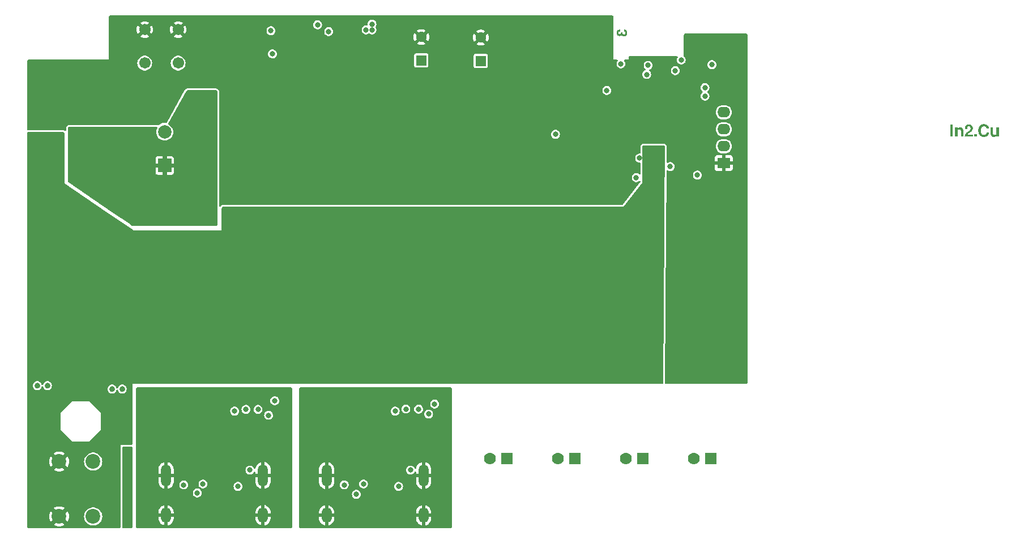
<source format=gbr>
%TF.GenerationSoftware,KiCad,Pcbnew,7.0.9-7.0.9~ubuntu22.04.1*%
%TF.CreationDate,2023-12-27T17:21:17-08:00*%
%TF.ProjectId,NX-J401-Adapter,4e582d4a-3430-4312-9d41-646170746572,1*%
%TF.SameCoordinates,Original*%
%TF.FileFunction,Copper,L3,Inr*%
%TF.FilePolarity,Positive*%
%FSLAX46Y46*%
G04 Gerber Fmt 4.6, Leading zero omitted, Abs format (unit mm)*
G04 Created by KiCad (PCBNEW 7.0.9-7.0.9~ubuntu22.04.1) date 2023-12-27 17:21:17*
%MOMM*%
%LPD*%
G01*
G04 APERTURE LIST*
%ADD10C,0.300000*%
%TA.AperFunction,NonConductor*%
%ADD11C,0.300000*%
%TD*%
%TA.AperFunction,ComponentPad*%
%ADD12R,1.778000X1.778000*%
%TD*%
%TA.AperFunction,ComponentPad*%
%ADD13C,1.778000*%
%TD*%
%TA.AperFunction,ComponentPad*%
%ADD14R,2.000000X2.000000*%
%TD*%
%TA.AperFunction,ComponentPad*%
%ADD15C,2.000000*%
%TD*%
%TA.AperFunction,ComponentPad*%
%ADD16C,2.200000*%
%TD*%
%TA.AperFunction,ComponentPad*%
%ADD17R,1.600000X1.600000*%
%TD*%
%TA.AperFunction,ComponentPad*%
%ADD18C,1.600000*%
%TD*%
%TA.AperFunction,ComponentPad*%
%ADD19O,1.500000X3.300000*%
%TD*%
%TA.AperFunction,ComponentPad*%
%ADD20O,1.500000X2.300000*%
%TD*%
%TA.AperFunction,ComponentPad*%
%ADD21C,1.701800*%
%TD*%
%TA.AperFunction,ComponentPad*%
%ADD22R,1.905000X1.600200*%
%TD*%
%TA.AperFunction,ComponentPad*%
%ADD23O,1.905000X1.600200*%
%TD*%
%TA.AperFunction,ViaPad*%
%ADD24C,0.812800*%
%TD*%
G04 APERTURE END LIST*
D10*
D11*
G36*
X309590267Y-83392233D02*
G01*
X309568732Y-83392520D01*
X309547681Y-83393380D01*
X309527113Y-83394812D01*
X309507028Y-83396819D01*
X309487425Y-83399398D01*
X309468306Y-83402550D01*
X309449670Y-83406276D01*
X309431517Y-83410574D01*
X309413846Y-83415446D01*
X309396659Y-83420891D01*
X309385469Y-83424840D01*
X309369180Y-83431102D01*
X309353561Y-83437660D01*
X309338612Y-83444514D01*
X309324332Y-83451664D01*
X309310722Y-83459111D01*
X309297782Y-83466854D01*
X309285512Y-83474893D01*
X309270193Y-83486073D01*
X309256065Y-83497780D01*
X309246251Y-83506905D01*
X309233840Y-83519636D01*
X309222071Y-83532917D01*
X309210942Y-83546747D01*
X309200455Y-83561127D01*
X309190609Y-83576057D01*
X309181404Y-83591535D01*
X309172840Y-83607564D01*
X309164918Y-83624142D01*
X309157545Y-83640966D01*
X309150813Y-83657550D01*
X309144722Y-83673893D01*
X309139272Y-83689996D01*
X309134464Y-83705858D01*
X309130296Y-83721480D01*
X309126770Y-83736862D01*
X309123885Y-83752003D01*
X309121395Y-83767110D01*
X309119237Y-83782388D01*
X309117411Y-83797839D01*
X309115917Y-83813461D01*
X309114755Y-83829254D01*
X309113925Y-83845220D01*
X309113426Y-83861357D01*
X309113260Y-83877666D01*
X309113694Y-83904476D01*
X309114995Y-83930594D01*
X309117163Y-83956019D01*
X309120199Y-83980752D01*
X309124101Y-84004791D01*
X309128871Y-84028139D01*
X309134508Y-84050793D01*
X309141013Y-84072755D01*
X309148384Y-84094024D01*
X309156623Y-84114601D01*
X309165729Y-84134484D01*
X309175703Y-84153676D01*
X309186543Y-84172174D01*
X309198251Y-84189980D01*
X309210826Y-84207093D01*
X309224269Y-84223514D01*
X309238391Y-84239130D01*
X309253097Y-84253739D01*
X309268387Y-84267340D01*
X309284261Y-84279934D01*
X309300719Y-84291520D01*
X309317760Y-84302099D01*
X309335386Y-84311670D01*
X309353595Y-84320234D01*
X309372389Y-84327790D01*
X309391766Y-84334339D01*
X309411727Y-84339880D01*
X309432272Y-84344414D01*
X309453401Y-84347940D01*
X309475114Y-84350459D01*
X309497411Y-84351970D01*
X309520291Y-84352474D01*
X309539480Y-84352065D01*
X309558167Y-84350838D01*
X309576351Y-84348794D01*
X309594033Y-84345931D01*
X309611213Y-84342251D01*
X309627891Y-84337752D01*
X309644066Y-84332436D01*
X309659739Y-84326302D01*
X309674909Y-84319350D01*
X309689577Y-84311580D01*
X309699077Y-84305946D01*
X309713007Y-84296723D01*
X309726769Y-84286501D01*
X309740364Y-84275282D01*
X309753791Y-84263064D01*
X309767051Y-84249848D01*
X309780144Y-84235634D01*
X309793069Y-84220422D01*
X309805826Y-84204211D01*
X309818417Y-84187002D01*
X309830839Y-84168795D01*
X309839028Y-84156103D01*
X309846788Y-84171683D01*
X309854770Y-84186734D01*
X309862976Y-84201256D01*
X309871406Y-84215248D01*
X309880058Y-84228710D01*
X309888934Y-84241643D01*
X309898033Y-84254047D01*
X309907355Y-84265920D01*
X309916901Y-84277265D01*
X309931637Y-84293289D01*
X309946877Y-84308121D01*
X309962618Y-84321762D01*
X309978862Y-84334212D01*
X309989970Y-84341849D01*
X310007161Y-84352391D01*
X310025072Y-84361895D01*
X310043706Y-84370363D01*
X310063060Y-84377793D01*
X310083135Y-84384187D01*
X310103932Y-84389544D01*
X310125451Y-84393864D01*
X310140197Y-84396168D01*
X310155263Y-84398012D01*
X310170651Y-84399394D01*
X310186359Y-84400316D01*
X310202387Y-84400777D01*
X310210521Y-84400834D01*
X310237602Y-84400277D01*
X310263982Y-84398607D01*
X310289660Y-84395824D01*
X310314638Y-84391927D01*
X310338914Y-84386917D01*
X310362488Y-84380793D01*
X310385362Y-84373556D01*
X310407534Y-84365205D01*
X310429005Y-84355741D01*
X310449775Y-84345164D01*
X310469843Y-84333473D01*
X310489210Y-84320669D01*
X310507876Y-84306751D01*
X310525841Y-84291721D01*
X310543104Y-84275576D01*
X310559667Y-84258318D01*
X310575372Y-84240173D01*
X310590063Y-84221276D01*
X310603742Y-84201625D01*
X310616407Y-84181222D01*
X310628059Y-84160066D01*
X310638698Y-84138157D01*
X310648324Y-84115495D01*
X310656936Y-84092081D01*
X310664536Y-84067913D01*
X310671122Y-84042994D01*
X310676694Y-84017321D01*
X310681254Y-83990895D01*
X310684800Y-83963717D01*
X310687333Y-83935786D01*
X310688853Y-83907102D01*
X310689360Y-83877666D01*
X310688844Y-83849273D01*
X310687299Y-83821612D01*
X310684723Y-83794684D01*
X310681116Y-83768489D01*
X310676480Y-83743027D01*
X310670812Y-83718297D01*
X310664115Y-83694301D01*
X310656387Y-83671036D01*
X310647628Y-83648505D01*
X310637840Y-83626706D01*
X310627020Y-83605640D01*
X310615171Y-83585307D01*
X310602291Y-83565707D01*
X310588380Y-83546839D01*
X310573440Y-83528704D01*
X310557468Y-83511302D01*
X310540624Y-83494834D01*
X310523065Y-83479411D01*
X310504789Y-83465032D01*
X310485798Y-83451699D01*
X310466092Y-83439410D01*
X310445670Y-83428166D01*
X310424533Y-83417966D01*
X310402680Y-83408811D01*
X310380111Y-83400701D01*
X310356827Y-83393636D01*
X310332827Y-83387615D01*
X310308112Y-83382639D01*
X310282681Y-83378708D01*
X310256535Y-83375821D01*
X310229673Y-83373979D01*
X310202095Y-83373182D01*
X310202095Y-83660046D01*
X310230444Y-83662423D01*
X310256964Y-83666348D01*
X310281655Y-83671822D01*
X310304517Y-83678845D01*
X310325550Y-83687416D01*
X310344754Y-83697535D01*
X310362129Y-83709203D01*
X310377675Y-83722419D01*
X310391392Y-83737184D01*
X310403281Y-83753497D01*
X310413340Y-83771359D01*
X310421570Y-83790769D01*
X310427972Y-83811728D01*
X310432544Y-83834235D01*
X310435287Y-83858290D01*
X310436202Y-83883894D01*
X310435648Y-83901792D01*
X310433987Y-83919078D01*
X310431217Y-83935752D01*
X310427340Y-83951815D01*
X310422356Y-83967265D01*
X310416264Y-83982104D01*
X310409064Y-83996331D01*
X310400756Y-84009946D01*
X310391341Y-84022950D01*
X310380818Y-84035341D01*
X310373187Y-84043263D01*
X310360988Y-84054393D01*
X310348157Y-84064429D01*
X310334695Y-84073370D01*
X310320602Y-84081216D01*
X310305879Y-84087967D01*
X310290523Y-84093623D01*
X310274537Y-84098185D01*
X310257920Y-84101652D01*
X310240671Y-84104024D01*
X310222792Y-84105301D01*
X310210521Y-84105545D01*
X310195262Y-84105155D01*
X310180395Y-84103986D01*
X310161184Y-84101215D01*
X310142671Y-84097059D01*
X310124857Y-84091518D01*
X310107741Y-84084592D01*
X310091323Y-84076280D01*
X310075604Y-84066583D01*
X310068006Y-84061214D01*
X310053592Y-84049668D01*
X310040391Y-84037195D01*
X310028404Y-84023794D01*
X310017631Y-84009465D01*
X310008071Y-83994210D01*
X309999725Y-83978027D01*
X309992592Y-83960916D01*
X309986673Y-83942879D01*
X309983238Y-83927274D01*
X309980262Y-83909952D01*
X309977743Y-83890912D01*
X309976154Y-83875506D01*
X309974823Y-83859133D01*
X309973750Y-83841794D01*
X309972934Y-83823490D01*
X309972376Y-83804219D01*
X309972076Y-83783983D01*
X309972018Y-83769955D01*
X309773815Y-83769955D01*
X309773815Y-83795234D01*
X309773595Y-83811328D01*
X309772932Y-83826910D01*
X309771829Y-83841982D01*
X309768297Y-83870593D01*
X309762999Y-83897160D01*
X309755935Y-83921683D01*
X309747105Y-83944163D01*
X309736509Y-83964599D01*
X309724147Y-83982992D01*
X309710019Y-83999341D01*
X309694125Y-84013646D01*
X309676465Y-84025908D01*
X309657039Y-84036126D01*
X309635847Y-84044301D01*
X309612889Y-84050432D01*
X309588166Y-84054519D01*
X309561676Y-84056563D01*
X309547769Y-84056818D01*
X309530750Y-84056390D01*
X309514452Y-84055105D01*
X309498876Y-84052964D01*
X309484021Y-84049966D01*
X309465337Y-84044636D01*
X309447934Y-84037784D01*
X309431814Y-84029409D01*
X309416976Y-84019512D01*
X309403421Y-84008092D01*
X309391314Y-83995372D01*
X309380821Y-83981393D01*
X309371942Y-83966154D01*
X309364678Y-83949657D01*
X309359028Y-83931899D01*
X309354992Y-83912883D01*
X309353025Y-83897794D01*
X309351965Y-83881996D01*
X309351764Y-83871071D01*
X309352340Y-83850008D01*
X309354069Y-83830233D01*
X309356951Y-83811746D01*
X309360986Y-83794547D01*
X309366173Y-83778636D01*
X309372513Y-83764013D01*
X309380006Y-83750678D01*
X309388652Y-83738631D01*
X309401973Y-83724571D01*
X309417343Y-83712802D01*
X309430166Y-83705237D01*
X309444180Y-83698342D01*
X309459386Y-83692117D01*
X309475784Y-83686561D01*
X309493372Y-83681675D01*
X309512152Y-83677459D01*
X309532124Y-83673913D01*
X309553287Y-83671036D01*
X309568057Y-83669491D01*
X309583357Y-83668243D01*
X309599187Y-83667293D01*
X309615546Y-83666640D01*
X309615546Y-83392233D01*
X309590267Y-83392233D01*
G37*
D10*
D11*
G36*
X359350399Y-97569267D02*
G01*
X359350399Y-99392741D01*
X358975195Y-99392741D01*
X358975195Y-97569267D01*
X359350399Y-97569267D01*
G37*
G36*
X359708667Y-98042180D02*
G01*
X360059118Y-98042180D01*
X360059118Y-98237165D01*
X360077698Y-98210819D01*
X360097177Y-98186173D01*
X360117555Y-98163226D01*
X360138832Y-98141979D01*
X360161008Y-98122432D01*
X360184084Y-98104585D01*
X360208058Y-98088438D01*
X360232932Y-98073990D01*
X360258704Y-98061242D01*
X360285376Y-98050194D01*
X360312946Y-98040845D01*
X360341416Y-98033196D01*
X360370785Y-98027247D01*
X360401053Y-98022998D01*
X360432220Y-98020448D01*
X360464286Y-98019598D01*
X360490779Y-98020077D01*
X360516519Y-98021512D01*
X360541507Y-98023904D01*
X360565740Y-98027252D01*
X360589221Y-98031558D01*
X360611949Y-98036820D01*
X360633923Y-98043038D01*
X360655145Y-98050214D01*
X360675613Y-98058346D01*
X360695328Y-98067435D01*
X360714289Y-98077481D01*
X360732498Y-98088484D01*
X360749953Y-98100443D01*
X360766655Y-98113359D01*
X360782604Y-98127231D01*
X360797800Y-98142061D01*
X360812209Y-98157760D01*
X360825688Y-98174244D01*
X360838238Y-98191511D01*
X360849858Y-98209562D01*
X360860548Y-98228396D01*
X360870309Y-98248014D01*
X360879140Y-98268416D01*
X360887041Y-98289602D01*
X360894013Y-98311571D01*
X360900056Y-98334324D01*
X360905169Y-98357861D01*
X360909352Y-98382182D01*
X360912605Y-98407286D01*
X360914929Y-98433174D01*
X360916324Y-98459845D01*
X360916788Y-98487301D01*
X360916788Y-99392741D01*
X360566772Y-99392741D01*
X360566772Y-98559823D01*
X360565893Y-98530427D01*
X360563257Y-98502927D01*
X360558864Y-98477324D01*
X360552713Y-98453618D01*
X360544804Y-98431808D01*
X360535138Y-98411895D01*
X360523715Y-98393878D01*
X360510535Y-98377757D01*
X360495597Y-98363534D01*
X360478901Y-98351206D01*
X360460448Y-98340776D01*
X360440238Y-98332241D01*
X360418271Y-98325603D01*
X360394546Y-98320862D01*
X360369063Y-98318017D01*
X360341823Y-98317069D01*
X360318323Y-98317707D01*
X360295701Y-98319619D01*
X360273957Y-98322806D01*
X360253091Y-98327268D01*
X360233102Y-98333004D01*
X360213992Y-98340016D01*
X360195759Y-98348302D01*
X360178404Y-98357863D01*
X360161927Y-98368699D01*
X360146328Y-98380809D01*
X360136416Y-98389591D01*
X360122602Y-98403609D01*
X360110147Y-98418466D01*
X360099050Y-98434163D01*
X360089312Y-98450700D01*
X360080933Y-98468077D01*
X360073913Y-98486293D01*
X360068251Y-98505349D01*
X360063949Y-98525244D01*
X360061005Y-98545980D01*
X360059419Y-98567554D01*
X360059118Y-98582404D01*
X360059118Y-99392741D01*
X359708667Y-99392741D01*
X359708667Y-98042180D01*
G37*
G36*
X362359413Y-98144666D02*
G01*
X362359163Y-98163016D01*
X362358415Y-98181151D01*
X362357168Y-98199073D01*
X362355423Y-98216781D01*
X362353179Y-98234276D01*
X362350436Y-98251556D01*
X362347194Y-98268623D01*
X362341396Y-98293823D01*
X362334477Y-98318542D01*
X362326435Y-98342779D01*
X362317271Y-98366536D01*
X362306984Y-98389812D01*
X362295576Y-98412607D01*
X362283386Y-98434741D01*
X362270594Y-98456195D01*
X362257198Y-98476969D01*
X362243200Y-98497065D01*
X362228598Y-98516481D01*
X362213393Y-98535217D01*
X362197585Y-98553274D01*
X362181175Y-98570652D01*
X362164161Y-98587350D01*
X362146544Y-98603369D01*
X362134464Y-98613671D01*
X362116102Y-98628791D01*
X362097655Y-98643697D01*
X362079125Y-98658389D01*
X362060510Y-98672867D01*
X362041812Y-98687131D01*
X362023030Y-98701182D01*
X362004163Y-98715019D01*
X361985213Y-98728643D01*
X361966179Y-98742052D01*
X361947061Y-98755248D01*
X361934269Y-98763927D01*
X361915117Y-98776902D01*
X361896096Y-98790099D01*
X361877204Y-98803518D01*
X361858442Y-98817158D01*
X361839810Y-98831019D01*
X361821307Y-98845102D01*
X361802935Y-98859406D01*
X361784692Y-98873931D01*
X361766579Y-98888678D01*
X361748595Y-98903646D01*
X361736678Y-98913748D01*
X361719331Y-98929008D01*
X361702954Y-98944338D01*
X361687545Y-98959736D01*
X361673106Y-98975203D01*
X361659637Y-98990738D01*
X361647137Y-99006342D01*
X361635607Y-99022015D01*
X361625046Y-99037757D01*
X361615454Y-99053567D01*
X361606832Y-99069446D01*
X361601622Y-99080071D01*
X362352030Y-99080071D01*
X362352030Y-99392741D01*
X361146514Y-99392741D01*
X361148375Y-99362520D01*
X361150809Y-99333090D01*
X361153817Y-99304451D01*
X361157398Y-99276602D01*
X361161552Y-99249544D01*
X361166280Y-99223276D01*
X361171581Y-99197798D01*
X361177455Y-99173112D01*
X361183903Y-99149215D01*
X361190924Y-99126109D01*
X361198519Y-99103794D01*
X361206687Y-99082269D01*
X361215428Y-99061535D01*
X361224743Y-99041591D01*
X361234631Y-99022437D01*
X361245092Y-99004074D01*
X361256435Y-98986000D01*
X361268861Y-98967820D01*
X361282369Y-98949535D01*
X361296959Y-98931145D01*
X361312632Y-98912650D01*
X361329387Y-98894050D01*
X361347224Y-98875344D01*
X361366143Y-98856533D01*
X361386145Y-98837617D01*
X361407228Y-98818596D01*
X361429394Y-98799470D01*
X361452643Y-98780239D01*
X361476973Y-98760902D01*
X361502386Y-98741460D01*
X361528882Y-98721913D01*
X361556459Y-98702261D01*
X361574545Y-98689554D01*
X361592215Y-98677055D01*
X361609469Y-98664764D01*
X361626308Y-98652680D01*
X361642731Y-98640805D01*
X361658738Y-98629137D01*
X361674330Y-98617677D01*
X361689507Y-98606424D01*
X361704267Y-98595380D01*
X361718612Y-98584543D01*
X361732542Y-98573915D01*
X361759154Y-98553280D01*
X361784104Y-98533477D01*
X361807391Y-98514505D01*
X361829016Y-98496364D01*
X361848979Y-98479055D01*
X361867279Y-98462577D01*
X361883917Y-98446930D01*
X361898892Y-98432114D01*
X361912205Y-98418129D01*
X361923856Y-98404976D01*
X361929057Y-98398711D01*
X361943415Y-98379718D01*
X361956360Y-98359871D01*
X361967893Y-98339169D01*
X361978014Y-98317612D01*
X361986722Y-98295200D01*
X361994019Y-98271933D01*
X361999903Y-98247811D01*
X362004375Y-98222834D01*
X362007435Y-98197002D01*
X362008690Y-98179306D01*
X362009318Y-98161229D01*
X362009396Y-98152049D01*
X362008812Y-98127707D01*
X362007060Y-98104349D01*
X362004140Y-98081977D01*
X362000053Y-98060589D01*
X361994797Y-98040186D01*
X361988373Y-98020767D01*
X361980782Y-98002333D01*
X361972022Y-97984884D01*
X361962095Y-97968420D01*
X361951000Y-97952941D01*
X361942954Y-97943168D01*
X361930123Y-97929509D01*
X361916384Y-97917194D01*
X361901736Y-97906222D01*
X361886181Y-97896593D01*
X361869716Y-97888308D01*
X361852344Y-97881367D01*
X361834063Y-97875769D01*
X361814873Y-97871514D01*
X361794775Y-97868604D01*
X361773769Y-97867036D01*
X361759260Y-97866738D01*
X361737257Y-97867467D01*
X361716192Y-97869654D01*
X361696066Y-97873299D01*
X361676879Y-97878402D01*
X361658631Y-97884963D01*
X361641322Y-97892982D01*
X361624952Y-97902459D01*
X361609521Y-97913394D01*
X361595028Y-97925787D01*
X361581475Y-97939638D01*
X361572961Y-97949682D01*
X361561087Y-97965721D01*
X361550381Y-97982898D01*
X361540843Y-98001212D01*
X361532473Y-98020664D01*
X361525270Y-98041253D01*
X361519236Y-98062979D01*
X361514370Y-98085843D01*
X361510671Y-98109844D01*
X361508141Y-98134982D01*
X361507103Y-98152373D01*
X361506584Y-98170270D01*
X361506519Y-98179407D01*
X361506519Y-98237165D01*
X361171267Y-98237165D01*
X361170122Y-98219302D01*
X361169454Y-98201921D01*
X361169130Y-98183302D01*
X361169096Y-98174631D01*
X361169246Y-98157245D01*
X361170447Y-98123200D01*
X361172849Y-98090121D01*
X361176452Y-98058009D01*
X361181256Y-98026864D01*
X361187261Y-97996686D01*
X361194467Y-97967475D01*
X361202874Y-97939231D01*
X361212482Y-97911954D01*
X361223291Y-97885644D01*
X361235301Y-97860300D01*
X361248513Y-97835924D01*
X361262925Y-97812514D01*
X361278538Y-97790072D01*
X361295352Y-97768596D01*
X361313367Y-97748087D01*
X361322825Y-97738195D01*
X361342516Y-97719264D01*
X361363157Y-97701554D01*
X361384748Y-97685066D01*
X361407289Y-97669799D01*
X361430780Y-97655753D01*
X361455221Y-97642929D01*
X361480612Y-97631326D01*
X361506953Y-97620944D01*
X361534244Y-97611784D01*
X361562484Y-97603845D01*
X361591675Y-97597128D01*
X361621816Y-97591631D01*
X361652906Y-97587357D01*
X361684947Y-97584303D01*
X361717937Y-97582471D01*
X361751878Y-97581861D01*
X361769270Y-97582009D01*
X361803374Y-97583200D01*
X361836568Y-97585582D01*
X361868852Y-97589154D01*
X361900228Y-97593918D01*
X361930694Y-97599872D01*
X361960251Y-97607017D01*
X361988899Y-97615353D01*
X362016638Y-97624879D01*
X362043467Y-97635597D01*
X362069387Y-97647505D01*
X362094398Y-97660604D01*
X362118500Y-97674894D01*
X362141692Y-97690375D01*
X362163975Y-97707047D01*
X362185349Y-97724909D01*
X362195695Y-97734287D01*
X362215520Y-97753753D01*
X362234067Y-97774043D01*
X362251334Y-97795157D01*
X362267322Y-97817096D01*
X362282031Y-97839859D01*
X362295461Y-97863447D01*
X362307612Y-97887859D01*
X362318483Y-97913095D01*
X362328076Y-97939156D01*
X362336390Y-97966041D01*
X362343425Y-97993751D01*
X362349180Y-98022285D01*
X362353657Y-98051644D01*
X362356855Y-98081827D01*
X362358773Y-98112835D01*
X362359413Y-98144666D01*
G37*
G36*
X362954354Y-99027525D02*
G01*
X362954354Y-99392741D01*
X362579150Y-99392741D01*
X362579150Y-99027525D01*
X362954354Y-99027525D01*
G37*
G36*
X364414349Y-98187224D02*
G01*
X364409708Y-98167053D01*
X364404580Y-98147521D01*
X364398964Y-98128630D01*
X364392860Y-98110380D01*
X364386268Y-98092770D01*
X364379189Y-98075800D01*
X364371622Y-98059471D01*
X364363567Y-98043781D01*
X364345995Y-98014324D01*
X364326472Y-97987429D01*
X364304998Y-97963095D01*
X364281573Y-97941322D01*
X364256197Y-97922111D01*
X364228871Y-97905462D01*
X364199594Y-97891374D01*
X364168366Y-97879847D01*
X364135187Y-97870882D01*
X364117866Y-97867360D01*
X364100057Y-97864478D01*
X364081761Y-97862237D01*
X364062977Y-97860636D01*
X364043705Y-97859675D01*
X364023946Y-97859355D01*
X363996480Y-97860020D01*
X363969778Y-97862015D01*
X363943839Y-97865340D01*
X363918664Y-97869995D01*
X363894252Y-97875979D01*
X363870603Y-97883294D01*
X363847718Y-97891938D01*
X363825596Y-97901913D01*
X363804237Y-97913217D01*
X363783642Y-97925852D01*
X363763810Y-97939816D01*
X363744741Y-97955110D01*
X363726436Y-97971734D01*
X363708894Y-97989689D01*
X363692116Y-98008973D01*
X363676101Y-98029586D01*
X363660956Y-98051330D01*
X363646788Y-98074112D01*
X363633597Y-98097932D01*
X363621383Y-98122790D01*
X363610147Y-98148687D01*
X363599887Y-98175621D01*
X363590605Y-98203594D01*
X363582300Y-98232605D01*
X363574971Y-98262654D01*
X363568620Y-98293741D01*
X363563246Y-98325866D01*
X363558849Y-98359030D01*
X363555429Y-98393232D01*
X363554086Y-98410722D01*
X363552987Y-98428471D01*
X363552132Y-98446481D01*
X363551521Y-98464749D01*
X363551155Y-98483278D01*
X363551033Y-98502065D01*
X363551151Y-98520557D01*
X363551506Y-98538795D01*
X363552097Y-98556778D01*
X363552926Y-98574506D01*
X363553991Y-98591980D01*
X363556830Y-98626165D01*
X363560616Y-98659332D01*
X363565349Y-98691481D01*
X363571029Y-98722612D01*
X363577655Y-98752726D01*
X363585227Y-98781821D01*
X363593746Y-98809899D01*
X363603212Y-98836959D01*
X363613624Y-98863001D01*
X363624983Y-98888026D01*
X363637288Y-98912033D01*
X363650540Y-98935021D01*
X363664738Y-98956992D01*
X363672192Y-98967596D01*
X363687766Y-98987895D01*
X363704090Y-99006884D01*
X363721164Y-99024563D01*
X363738987Y-99040933D01*
X363757561Y-99055993D01*
X363776884Y-99069743D01*
X363796956Y-99082184D01*
X363817779Y-99093316D01*
X363839351Y-99103137D01*
X363861674Y-99111650D01*
X363884746Y-99118852D01*
X363908567Y-99124745D01*
X363933139Y-99129329D01*
X363958460Y-99132603D01*
X363984531Y-99134567D01*
X364011352Y-99135222D01*
X364032955Y-99134851D01*
X364054012Y-99133736D01*
X364074522Y-99131879D01*
X364094487Y-99129278D01*
X364113905Y-99125935D01*
X364132776Y-99121848D01*
X364151102Y-99117019D01*
X364168881Y-99111446D01*
X364186115Y-99105131D01*
X364202801Y-99098072D01*
X364218942Y-99090271D01*
X364234537Y-99081726D01*
X364249585Y-99072439D01*
X364264087Y-99062408D01*
X364278043Y-99051635D01*
X364291452Y-99040118D01*
X364304248Y-99027918D01*
X364316361Y-99015094D01*
X364327793Y-99001645D01*
X364338543Y-98987572D01*
X364348611Y-98972875D01*
X364357996Y-98957554D01*
X364366700Y-98941608D01*
X364374722Y-98925038D01*
X364382062Y-98907844D01*
X364388721Y-98890026D01*
X364394697Y-98871583D01*
X364399991Y-98852516D01*
X364404603Y-98832825D01*
X364408534Y-98812510D01*
X364411782Y-98791570D01*
X364414349Y-98770006D01*
X364779565Y-98770006D01*
X364778264Y-98789422D01*
X364776588Y-98808586D01*
X364774536Y-98827498D01*
X364772108Y-98846158D01*
X364769304Y-98864567D01*
X364766125Y-98882723D01*
X364762570Y-98900628D01*
X364758639Y-98918280D01*
X364754332Y-98935681D01*
X364749650Y-98952830D01*
X364744592Y-98969726D01*
X364739158Y-98986371D01*
X364733348Y-99002764D01*
X364720602Y-99034795D01*
X364706353Y-99065817D01*
X364690601Y-99095833D01*
X364673345Y-99124840D01*
X364654587Y-99152840D01*
X364634326Y-99179832D01*
X364612562Y-99205817D01*
X364589295Y-99230794D01*
X364564525Y-99254763D01*
X364551576Y-99266370D01*
X364538339Y-99277671D01*
X364524847Y-99288614D01*
X364497097Y-99309423D01*
X364468325Y-99328797D01*
X364453556Y-99337946D01*
X364438532Y-99346736D01*
X364423253Y-99355167D01*
X364407718Y-99363239D01*
X364391928Y-99370953D01*
X364375883Y-99378308D01*
X364359582Y-99385304D01*
X364343026Y-99391942D01*
X364326215Y-99398220D01*
X364309149Y-99404140D01*
X364291827Y-99409701D01*
X364274250Y-99414903D01*
X364256417Y-99419747D01*
X364238330Y-99424231D01*
X364219987Y-99428357D01*
X364201388Y-99432124D01*
X364182535Y-99435533D01*
X364163426Y-99438582D01*
X364144062Y-99441273D01*
X364124442Y-99443605D01*
X364104568Y-99445579D01*
X364084437Y-99447193D01*
X364064052Y-99448449D01*
X364043411Y-99449346D01*
X364022515Y-99449884D01*
X364001364Y-99450063D01*
X363977769Y-99449813D01*
X363954481Y-99449062D01*
X363931499Y-99447811D01*
X363908825Y-99446060D01*
X363886458Y-99443808D01*
X363864398Y-99441056D01*
X363842645Y-99437803D01*
X363821199Y-99434050D01*
X363800060Y-99429796D01*
X363779228Y-99425042D01*
X363758703Y-99419788D01*
X363738485Y-99414033D01*
X363718574Y-99407778D01*
X363698971Y-99401022D01*
X363679674Y-99393766D01*
X363660684Y-99386009D01*
X363642002Y-99377752D01*
X363623626Y-99368995D01*
X363605557Y-99359737D01*
X363587796Y-99349979D01*
X363570341Y-99339720D01*
X363553194Y-99328961D01*
X363536353Y-99317702D01*
X363519820Y-99305942D01*
X363503594Y-99293682D01*
X363487674Y-99280921D01*
X363472062Y-99267660D01*
X363456757Y-99253898D01*
X363441758Y-99239636D01*
X363427067Y-99224874D01*
X363412683Y-99209611D01*
X363398606Y-99193848D01*
X363384900Y-99177654D01*
X363371629Y-99161101D01*
X363358793Y-99144189D01*
X363346393Y-99126917D01*
X363334427Y-99109285D01*
X363322897Y-99091294D01*
X363311801Y-99072943D01*
X363301141Y-99054232D01*
X363290916Y-99035162D01*
X363281126Y-99015732D01*
X363271771Y-98995942D01*
X363262851Y-98975793D01*
X363254366Y-98955284D01*
X363246317Y-98934416D01*
X363238702Y-98913188D01*
X363231523Y-98891600D01*
X363224779Y-98869653D01*
X363218470Y-98847346D01*
X363212596Y-98824679D01*
X363207157Y-98801653D01*
X363202153Y-98778267D01*
X363197584Y-98754522D01*
X363193451Y-98730417D01*
X363189752Y-98705952D01*
X363186489Y-98681128D01*
X363183661Y-98655944D01*
X363181268Y-98630401D01*
X363179310Y-98604497D01*
X363177787Y-98578235D01*
X363176699Y-98551612D01*
X363176046Y-98524630D01*
X363175829Y-98497289D01*
X363176048Y-98469785D01*
X363176707Y-98442644D01*
X363177806Y-98415865D01*
X363179343Y-98389449D01*
X363181321Y-98363394D01*
X363183737Y-98337702D01*
X363186593Y-98312372D01*
X363189888Y-98287403D01*
X363193622Y-98262798D01*
X363197796Y-98238554D01*
X363202410Y-98214672D01*
X363207462Y-98191153D01*
X363212954Y-98167996D01*
X363218885Y-98145201D01*
X363225256Y-98122768D01*
X363232066Y-98100697D01*
X363239315Y-98078989D01*
X363247004Y-98057642D01*
X363255132Y-98036658D01*
X363263699Y-98016036D01*
X363272706Y-97995776D01*
X363282152Y-97975879D01*
X363292037Y-97956343D01*
X363302362Y-97937170D01*
X363313126Y-97918359D01*
X363324330Y-97899910D01*
X363335973Y-97881823D01*
X363348055Y-97864098D01*
X363360577Y-97846736D01*
X363373537Y-97829735D01*
X363386938Y-97813097D01*
X363400777Y-97796821D01*
X363415020Y-97780978D01*
X363429574Y-97765637D01*
X363444441Y-97750800D01*
X363459620Y-97736465D01*
X363475111Y-97722634D01*
X363490914Y-97709305D01*
X363507029Y-97696479D01*
X363523457Y-97684157D01*
X363540196Y-97672337D01*
X363557248Y-97661020D01*
X363574612Y-97650207D01*
X363592288Y-97639896D01*
X363610276Y-97630088D01*
X363628576Y-97620783D01*
X363647188Y-97611981D01*
X363666112Y-97603682D01*
X363685349Y-97595886D01*
X363704898Y-97588593D01*
X363724758Y-97581803D01*
X363744931Y-97575516D01*
X363765416Y-97569732D01*
X363786214Y-97564451D01*
X363807323Y-97559673D01*
X363828744Y-97555398D01*
X363850478Y-97551625D01*
X363872523Y-97548356D01*
X363894881Y-97545590D01*
X363917551Y-97543326D01*
X363940533Y-97541566D01*
X363963827Y-97540309D01*
X363987434Y-97539554D01*
X364011352Y-97539303D01*
X364031405Y-97539471D01*
X364051230Y-97539978D01*
X364070828Y-97540822D01*
X364090198Y-97542003D01*
X364109341Y-97543522D01*
X364128257Y-97545379D01*
X364146946Y-97547573D01*
X364165407Y-97550105D01*
X364183641Y-97552974D01*
X364201648Y-97556181D01*
X364219427Y-97559726D01*
X364236979Y-97563608D01*
X364254304Y-97567828D01*
X364271402Y-97572385D01*
X364288272Y-97577280D01*
X364304915Y-97582512D01*
X364337518Y-97593989D01*
X364369213Y-97606817D01*
X364399998Y-97620995D01*
X364429874Y-97636523D01*
X364458841Y-97653402D01*
X364486898Y-97671631D01*
X364514046Y-97691210D01*
X364540285Y-97712140D01*
X364565413Y-97734199D01*
X364589120Y-97757276D01*
X364611405Y-97781371D01*
X364632268Y-97806483D01*
X364651710Y-97832614D01*
X364669730Y-97859762D01*
X364686329Y-97887928D01*
X364701506Y-97917112D01*
X364715262Y-97947314D01*
X364727596Y-97978533D01*
X364738508Y-98010771D01*
X364747999Y-98044026D01*
X364752212Y-98061035D01*
X364756069Y-98078299D01*
X364759570Y-98095817D01*
X364762717Y-98113589D01*
X364765508Y-98131616D01*
X364767943Y-98149898D01*
X364770023Y-98168434D01*
X364771748Y-98187224D01*
X364414349Y-98187224D01*
G37*
G36*
X366240862Y-99392741D02*
G01*
X365890846Y-99392741D01*
X365890846Y-99232497D01*
X365872266Y-99258843D01*
X365852787Y-99283489D01*
X365832409Y-99306436D01*
X365811131Y-99327682D01*
X365788955Y-99347229D01*
X365765880Y-99365077D01*
X365741905Y-99381224D01*
X365717032Y-99395672D01*
X365691259Y-99408420D01*
X365664588Y-99419468D01*
X365637017Y-99428817D01*
X365608547Y-99436465D01*
X365579178Y-99442415D01*
X365548911Y-99446664D01*
X365517744Y-99449213D01*
X365485678Y-99450063D01*
X365459183Y-99449585D01*
X365433437Y-99448150D01*
X365408442Y-99445758D01*
X365384196Y-99442409D01*
X365360700Y-99438104D01*
X365337953Y-99432842D01*
X365315957Y-99426623D01*
X365294710Y-99419448D01*
X365274213Y-99411315D01*
X365254466Y-99402226D01*
X365235469Y-99392181D01*
X365217221Y-99381178D01*
X365199724Y-99369219D01*
X365182976Y-99356303D01*
X365166977Y-99342430D01*
X365151729Y-99327601D01*
X365137320Y-99311901D01*
X365123841Y-99295418D01*
X365111291Y-99278151D01*
X365099672Y-99260100D01*
X365088981Y-99241266D01*
X365079220Y-99221647D01*
X365070389Y-99201245D01*
X365062488Y-99180060D01*
X365055516Y-99158090D01*
X365049473Y-99135337D01*
X365044361Y-99111801D01*
X365040177Y-99087480D01*
X365036924Y-99062376D01*
X365034600Y-99036488D01*
X365033205Y-99009817D01*
X365032741Y-98982361D01*
X365032741Y-98042180D01*
X365383191Y-98042180D01*
X365383191Y-98909839D01*
X365384070Y-98939235D01*
X365386706Y-98966735D01*
X365391100Y-98992337D01*
X365397251Y-99016044D01*
X365405159Y-99037854D01*
X365414825Y-99057767D01*
X365426248Y-99075784D01*
X365439429Y-99091904D01*
X365454367Y-99106128D01*
X365471062Y-99118455D01*
X365489515Y-99128886D01*
X365509725Y-99137421D01*
X365531693Y-99144058D01*
X365555418Y-99148800D01*
X365580900Y-99151644D01*
X365608140Y-99152593D01*
X365631636Y-99151955D01*
X365654247Y-99150043D01*
X365675972Y-99146856D01*
X365696811Y-99142394D01*
X365716765Y-99136658D01*
X365735834Y-99129646D01*
X365754017Y-99121360D01*
X365771315Y-99111799D01*
X365787727Y-99100963D01*
X365803253Y-99088853D01*
X365813113Y-99080071D01*
X365827004Y-99066053D01*
X365839530Y-99051195D01*
X365850689Y-99035498D01*
X365860481Y-99018962D01*
X365868907Y-99001585D01*
X365875967Y-98983369D01*
X365881661Y-98964313D01*
X365885988Y-98944417D01*
X365888948Y-98923682D01*
X365890542Y-98902107D01*
X365890846Y-98887257D01*
X365890846Y-98042180D01*
X366240862Y-98042180D01*
X366240862Y-99392741D01*
G37*
D12*
%TO.N,/CAN_FD_DC2_L*%
%TO.C,J10*%
X302895000Y-147574000D03*
D13*
%TO.N,/CAN_FD_DC2_H*%
X300355000Y-147574000D03*
%TD*%
D14*
%TO.N,/Power Supply/V_IN*%
%TO.C,C8*%
X241554000Y-103713677D03*
D15*
%TO.N,GND*%
X241554000Y-98713677D03*
%TD*%
D16*
%TO.N,/Power Supply/V_{BAT}*%
%TO.C,J13*%
X225774000Y-148004000D03*
X225774000Y-156204000D03*
%TO.N,GND*%
X230854000Y-148004000D03*
X230854000Y-156204000D03*
%TD*%
D17*
%TO.N,/Power Supply/+18V*%
%TO.C,C3*%
X279908000Y-88012651D03*
D18*
%TO.N,GND*%
X279908000Y-84512651D03*
%TD*%
D12*
%TO.N,/CAN_FD2_L*%
%TO.C,J9*%
X292735000Y-147574000D03*
D13*
%TO.N,/CAN_FD2_H*%
X290195000Y-147574000D03*
%TD*%
D17*
%TO.N,/Power Supply/+18V*%
%TO.C,C4*%
X288798000Y-88082000D03*
D18*
%TO.N,GND*%
X288798000Y-84582000D03*
%TD*%
D12*
%TO.N,/CAN_FD1_L*%
%TO.C,J11*%
X313055000Y-147574000D03*
D13*
%TO.N,/CAN_FD1_H*%
X310515000Y-147574000D03*
%TD*%
D19*
%TO.N,/MIPI-HDMI-1/GND_MIPI*%
%TO.C,J14*%
X256250000Y-150075000D03*
X241750000Y-150075000D03*
D20*
X256250000Y-156035000D03*
X241750000Y-156035000D03*
%TD*%
D21*
%TO.N,/Power Supply/+18V*%
%TO.C,J2*%
X238561113Y-88406784D03*
X243561113Y-88406784D03*
%TO.N,GND*%
X238561113Y-83406784D03*
X243561113Y-83406784D03*
%TD*%
D19*
%TO.N,/MIPI-HDMI-2/GND_MIPI*%
%TO.C,J15*%
X280250000Y-150075000D03*
X265750000Y-150075000D03*
D20*
X280250000Y-156035000D03*
X265750000Y-156035000D03*
%TD*%
D12*
%TO.N,/CAN_FD_DC1_L*%
%TO.C,J12*%
X323215000Y-147574000D03*
D13*
%TO.N,/CAN_FD_DC1_H*%
X320675000Y-147574000D03*
%TD*%
D22*
%TO.N,GND*%
%TO.C,J4*%
X325120000Y-103378000D03*
D23*
%TO.N,/FAN_PWR*%
X325120000Y-100838000D03*
%TO.N,/FAN_PWM*%
X325120000Y-98298000D03*
%TO.N,/FAN_TACH*%
X325120000Y-95758000D03*
%TD*%
D24*
%TO.N,GND*%
X317072448Y-105693329D03*
X276631400Y-84556600D03*
X235966000Y-157327600D03*
X224028000Y-136652000D03*
X309499000Y-92329000D03*
X233680000Y-137160000D03*
X276606000Y-82829400D03*
X306070000Y-99441000D03*
X222504000Y-136652000D03*
X234645200Y-96520000D03*
X320014600Y-95529400D03*
X317881000Y-93345000D03*
X301523400Y-99034600D03*
X308803000Y-105217000D03*
X276606000Y-83693000D03*
X323874000Y-86638000D03*
X306070000Y-96367600D03*
X264349000Y-88330000D03*
X253619000Y-84836000D03*
X261416800Y-83566000D03*
X257404907Y-88007497D03*
X322173600Y-90220800D03*
X259399000Y-88327000D03*
X310896000Y-99339400D03*
X235204000Y-137160000D03*
%TO.N,/Power Supply/V_{BAT}*%
X235204000Y-142748000D03*
X233680000Y-142748000D03*
X224028000Y-145034000D03*
X222504000Y-145034000D03*
X312547000Y-102616000D03*
%TO.N,/Power Supply/V_IN*%
X264414000Y-82677000D03*
%TO.N,/MIPI-HDMI-2/GND_MIPI*%
X265988800Y-143992600D03*
X269036800Y-143992600D03*
X272034000Y-144018000D03*
X269353863Y-151830101D03*
X277520400Y-151384000D03*
X275031200Y-140893800D03*
X274015200Y-151231600D03*
X272516600Y-151231600D03*
X275564600Y-151231600D03*
%TO.N,/MIPI-HDMI-2/PWR_DN_LS*%
X276504400Y-151714200D03*
X275996400Y-140462000D03*
%TO.N,/MIPI-HDMI-2/CAM_MCLK*%
X277600373Y-140153144D03*
X278282400Y-149275800D03*
%TO.N,/MIPI-HDMI-2/CAM_SCL*%
X279500000Y-140167456D03*
X271272000Y-151358600D03*
%TO.N,/MIPI-HDMI-2/CAM_SDA*%
X270200000Y-152900000D03*
X281000000Y-140900000D03*
%TO.N,/MIPI-HDMI-2/CAM_3V3*%
X268397697Y-151498766D03*
X281900000Y-139400000D03*
%TO.N,/MIPI-HDMI-1/GND_MIPI*%
X250012200Y-151231600D03*
X248513600Y-151231600D03*
X241985800Y-143992600D03*
X245350863Y-151830101D03*
X245033800Y-143992600D03*
X251561600Y-151231600D03*
X248031000Y-144018000D03*
X253517400Y-151384000D03*
X251028200Y-140893800D03*
%TO.N,/MIPI-HDMI-1/PWR_DN_LS*%
X251993400Y-140462000D03*
X252501400Y-151714200D03*
%TO.N,/MIPI-HDMI-1/CAM_MCLK*%
X253700000Y-140200000D03*
X254279400Y-149275800D03*
%TO.N,/MIPI-HDMI-1/CAM_SCL*%
X255500000Y-140200000D03*
X247269000Y-151358600D03*
%TO.N,/MIPI-HDMI-1/CAM_SDA*%
X246422546Y-152700000D03*
X257082013Y-141082013D03*
%TO.N,/MIPI-HDMI-1/CAM_3V3*%
X258000000Y-138900000D03*
X244394697Y-151498766D03*
%TO.N,Net-(D4-K-Pad3)*%
X312039000Y-105537000D03*
%TO.N,Net-(U1-I_{SEN})*%
X257429000Y-83566000D03*
%TO.N,Net-(U1-FA{slash}SD)*%
X266065000Y-83693000D03*
%TO.N,Net-(Q1-S-Pad1)*%
X271653000Y-83439000D03*
X272542000Y-82579897D03*
X272542000Y-83439000D03*
%TO.N,Net-(U1-FB)*%
X257648472Y-87025299D03*
%TO.N,+3V3*%
X317881000Y-89535000D03*
X309753000Y-88519000D03*
X318770000Y-87942412D03*
X299974000Y-99060000D03*
%TO.N,/FAN_PWM*%
X307640500Y-92502500D03*
%TO.N,/Fan Control/I2C_SDA*%
X313594929Y-90104797D03*
X323350000Y-88638000D03*
X322326000Y-93345000D03*
%TO.N,/Fan Control/I2C_SCL*%
X313817000Y-88738456D03*
X322326000Y-92075000D03*
%TO.N,Net-(U5-IN)*%
X317119000Y-103886000D03*
%TO.N,Net-(U5-GND)*%
X321183000Y-105156000D03*
%TD*%
%TA.AperFunction,Conductor*%
%TO.N,/Power Supply/V_{BAT}*%
G36*
X226325980Y-98681383D02*
G01*
X226387011Y-98693523D01*
X226431709Y-98712037D01*
X226473096Y-98739691D01*
X226507309Y-98773904D01*
X226534962Y-98815291D01*
X226553476Y-98859987D01*
X226565617Y-98921019D01*
X226568000Y-98945212D01*
X226568000Y-106426000D01*
X233030078Y-110813830D01*
X236790398Y-113367135D01*
X236790400Y-113367136D01*
X236855000Y-113411000D01*
X249809000Y-113411000D01*
X249809002Y-113411000D01*
X250063000Y-113411000D01*
X250063000Y-110121212D01*
X250065383Y-110097021D01*
X250077523Y-110035989D01*
X250096037Y-109991291D01*
X250123693Y-109949900D01*
X250157900Y-109915693D01*
X250199292Y-109888036D01*
X250243989Y-109869523D01*
X250305021Y-109857383D01*
X250329212Y-109855000D01*
X310010545Y-109855000D01*
X310010547Y-109855000D01*
X310134000Y-109855000D01*
X312928000Y-106299000D01*
X312928000Y-100977212D01*
X312930383Y-100953021D01*
X312942523Y-100891989D01*
X312961037Y-100847291D01*
X312988693Y-100805900D01*
X313022900Y-100771693D01*
X313064292Y-100744036D01*
X313108989Y-100725523D01*
X313170021Y-100713383D01*
X313194212Y-100711000D01*
X316088156Y-100711000D01*
X316112498Y-100713413D01*
X316173890Y-100725704D01*
X316218823Y-100744446D01*
X316260358Y-100772425D01*
X316294611Y-100807023D01*
X316322172Y-100848835D01*
X316340465Y-100893952D01*
X316351678Y-100953021D01*
X316352142Y-100955461D01*
X316354311Y-100979818D01*
X316264953Y-109915690D01*
X316230439Y-113367135D01*
X316230000Y-113411000D01*
X316229998Y-113411343D01*
X316229996Y-113411614D01*
X316104463Y-136133232D01*
X316101964Y-136157326D01*
X316089571Y-136218092D01*
X316070936Y-136262559D01*
X316043231Y-136303714D01*
X316009042Y-136337714D01*
X315967738Y-136365188D01*
X315923172Y-136383576D01*
X315882836Y-136391571D01*
X315862335Y-136395634D01*
X315838229Y-136398000D01*
X236728000Y-136398000D01*
X236728000Y-136651995D01*
X236728000Y-145275787D01*
X236725617Y-145299980D01*
X236713476Y-145361012D01*
X236694962Y-145405708D01*
X236667309Y-145447095D01*
X236633095Y-145481309D01*
X236591708Y-145508962D01*
X236547012Y-145527476D01*
X236498989Y-145537029D01*
X236485978Y-145539617D01*
X236461788Y-145542000D01*
X234950000Y-145542000D01*
X234950000Y-145795995D01*
X234950000Y-157721787D01*
X234947617Y-157745980D01*
X234935476Y-157807012D01*
X234916962Y-157851708D01*
X234889309Y-157893095D01*
X234855095Y-157927309D01*
X234813708Y-157954962D01*
X234769012Y-157973476D01*
X234720989Y-157983029D01*
X234707978Y-157985617D01*
X234683788Y-157988000D01*
X221246212Y-157988000D01*
X221222021Y-157985617D01*
X221205690Y-157982368D01*
X221160987Y-157973476D01*
X221116291Y-157954962D01*
X221074904Y-157927309D01*
X221040691Y-157893096D01*
X221013037Y-157851708D01*
X220994523Y-157807010D01*
X220982383Y-157745978D01*
X220980000Y-157721787D01*
X220980000Y-156204005D01*
X224287924Y-156204005D01*
X224308190Y-156448591D01*
X224308192Y-156448603D01*
X224368443Y-156686526D01*
X224467035Y-156911295D01*
X224526569Y-157002417D01*
X225231646Y-156297340D01*
X225250884Y-156389915D01*
X225320442Y-156524156D01*
X225423638Y-156634652D01*
X225552819Y-156713209D01*
X225678569Y-156748442D01*
X224972695Y-157454316D01*
X225177048Y-157564908D01*
X225177053Y-157564910D01*
X225409186Y-157644601D01*
X225651282Y-157685000D01*
X225896718Y-157685000D01*
X226138813Y-157644601D01*
X226370946Y-157564910D01*
X226370960Y-157564903D01*
X226575303Y-157454317D01*
X226575303Y-157454316D01*
X225867330Y-156746343D01*
X225923783Y-156738584D01*
X226062458Y-156678349D01*
X226179739Y-156582934D01*
X226266928Y-156459415D01*
X226317559Y-156316953D01*
X226318737Y-156299724D01*
X227021429Y-157002417D01*
X227080966Y-156911291D01*
X227080967Y-156911289D01*
X227179556Y-156686526D01*
X227239807Y-156448603D01*
X227239809Y-156448591D01*
X227260076Y-156204005D01*
X229494858Y-156204005D01*
X229513394Y-156427703D01*
X229568499Y-156645311D01*
X229658670Y-156850881D01*
X229698141Y-156911295D01*
X229781446Y-157038802D01*
X229933478Y-157203953D01*
X229933481Y-157203955D01*
X229933484Y-157203958D01*
X230110611Y-157341822D01*
X230110617Y-157341826D01*
X230110620Y-157341828D01*
X230308039Y-157448666D01*
X230520350Y-157521553D01*
X230741763Y-157558500D01*
X230966237Y-157558500D01*
X231187650Y-157521553D01*
X231399961Y-157448666D01*
X231597380Y-157341828D01*
X231774522Y-157203953D01*
X231926554Y-157038802D01*
X232049330Y-156850880D01*
X232139500Y-156645313D01*
X232194605Y-156427707D01*
X232210003Y-156241886D01*
X232213142Y-156204005D01*
X232213142Y-156203994D01*
X232200784Y-156054862D01*
X232194605Y-155980293D01*
X232139500Y-155762687D01*
X232049330Y-155557120D01*
X232009859Y-155496706D01*
X231950324Y-155405581D01*
X231926554Y-155369198D01*
X231774522Y-155204047D01*
X231774517Y-155204043D01*
X231774515Y-155204041D01*
X231597388Y-155066177D01*
X231597382Y-155066173D01*
X231399962Y-154959334D01*
X231399953Y-154959331D01*
X231187652Y-154886447D01*
X230966237Y-154849500D01*
X230741763Y-154849500D01*
X230520347Y-154886447D01*
X230308046Y-154959331D01*
X230308037Y-154959334D01*
X230110617Y-155066173D01*
X230110611Y-155066177D01*
X229933484Y-155204041D01*
X229933481Y-155204044D01*
X229781447Y-155369196D01*
X229781444Y-155369200D01*
X229658670Y-155557118D01*
X229568499Y-155762688D01*
X229513394Y-155980296D01*
X229494858Y-156203994D01*
X229494858Y-156204005D01*
X227260076Y-156204005D01*
X227260076Y-156203994D01*
X227239809Y-155959408D01*
X227239807Y-155959396D01*
X227179556Y-155721473D01*
X227080964Y-155496704D01*
X227021429Y-155405581D01*
X226316353Y-156110658D01*
X226297116Y-156018085D01*
X226227558Y-155883844D01*
X226124362Y-155773348D01*
X225995181Y-155694791D01*
X225869430Y-155659557D01*
X226575303Y-154953682D01*
X226370951Y-154843091D01*
X226370946Y-154843089D01*
X226138813Y-154763398D01*
X225896718Y-154723000D01*
X225651282Y-154723000D01*
X225409186Y-154763398D01*
X225177053Y-154843089D01*
X225177043Y-154843094D01*
X224972695Y-154953681D01*
X224972695Y-154953682D01*
X225680669Y-155661656D01*
X225624217Y-155669416D01*
X225485542Y-155729651D01*
X225368261Y-155825066D01*
X225281072Y-155948585D01*
X225230441Y-156091047D01*
X225229262Y-156108274D01*
X224526569Y-155405581D01*
X224467034Y-155496706D01*
X224368443Y-155721473D01*
X224308192Y-155959396D01*
X224308190Y-155959408D01*
X224287924Y-156203994D01*
X224287924Y-156204005D01*
X220980000Y-156204005D01*
X220980000Y-148004005D01*
X224287924Y-148004005D01*
X224308190Y-148248591D01*
X224308192Y-148248603D01*
X224368443Y-148486526D01*
X224467035Y-148711295D01*
X224526569Y-148802417D01*
X225231646Y-148097340D01*
X225250884Y-148189915D01*
X225320442Y-148324156D01*
X225423638Y-148434652D01*
X225552819Y-148513209D01*
X225678569Y-148548442D01*
X224972695Y-149254316D01*
X225177048Y-149364908D01*
X225177053Y-149364910D01*
X225409186Y-149444601D01*
X225651282Y-149485000D01*
X225896718Y-149485000D01*
X226138813Y-149444601D01*
X226370946Y-149364910D01*
X226370960Y-149364903D01*
X226575303Y-149254317D01*
X226575303Y-149254316D01*
X225867330Y-148546343D01*
X225923783Y-148538584D01*
X226062458Y-148478349D01*
X226179739Y-148382934D01*
X226266928Y-148259415D01*
X226317559Y-148116953D01*
X226318737Y-148099724D01*
X227021429Y-148802417D01*
X227080966Y-148711291D01*
X227080967Y-148711289D01*
X227179556Y-148486526D01*
X227239807Y-148248603D01*
X227239809Y-148248591D01*
X227260076Y-148004005D01*
X229494858Y-148004005D01*
X229513394Y-148227703D01*
X229568499Y-148445311D01*
X229658670Y-148650881D01*
X229757674Y-148802417D01*
X229781446Y-148838802D01*
X229933478Y-149003953D01*
X229933481Y-149003955D01*
X229933484Y-149003958D01*
X230110611Y-149141822D01*
X230110617Y-149141826D01*
X230110620Y-149141828D01*
X230308039Y-149248666D01*
X230520350Y-149321553D01*
X230741763Y-149358500D01*
X230966237Y-149358500D01*
X231187650Y-149321553D01*
X231399961Y-149248666D01*
X231597380Y-149141828D01*
X231620209Y-149124060D01*
X231686000Y-149072852D01*
X231774522Y-149003953D01*
X231926554Y-148838802D01*
X232049330Y-148650880D01*
X232139500Y-148445313D01*
X232194605Y-148227707D01*
X232213142Y-148004000D01*
X232203782Y-147891047D01*
X232200784Y-147854862D01*
X232194605Y-147780293D01*
X232139500Y-147562687D01*
X232049330Y-147357120D01*
X232009859Y-147296706D01*
X231926555Y-147169200D01*
X231926554Y-147169198D01*
X231774522Y-147004047D01*
X231774517Y-147004043D01*
X231774515Y-147004041D01*
X231597388Y-146866177D01*
X231597382Y-146866173D01*
X231399962Y-146759334D01*
X231399953Y-146759331D01*
X231187652Y-146686447D01*
X230966237Y-146649500D01*
X230741763Y-146649500D01*
X230520347Y-146686447D01*
X230308046Y-146759331D01*
X230308037Y-146759334D01*
X230110617Y-146866173D01*
X230110611Y-146866177D01*
X229933484Y-147004041D01*
X229933481Y-147004044D01*
X229781447Y-147169196D01*
X229781444Y-147169200D01*
X229658670Y-147357118D01*
X229568499Y-147562688D01*
X229513394Y-147780296D01*
X229494858Y-148003994D01*
X229494858Y-148004005D01*
X227260076Y-148004005D01*
X227260076Y-148003994D01*
X227239809Y-147759408D01*
X227239807Y-147759396D01*
X227179556Y-147521473D01*
X227080964Y-147296704D01*
X227021429Y-147205581D01*
X226316353Y-147910658D01*
X226297116Y-147818085D01*
X226227558Y-147683844D01*
X226124362Y-147573348D01*
X225995181Y-147494791D01*
X225869430Y-147459557D01*
X226575303Y-146753682D01*
X226370951Y-146643091D01*
X226370946Y-146643089D01*
X226138813Y-146563398D01*
X225896718Y-146523000D01*
X225651282Y-146523000D01*
X225409186Y-146563398D01*
X225177053Y-146643089D01*
X225177043Y-146643094D01*
X224972695Y-146753681D01*
X224972695Y-146753682D01*
X225680669Y-147461656D01*
X225624217Y-147469416D01*
X225485542Y-147529651D01*
X225368261Y-147625066D01*
X225281072Y-147748585D01*
X225230441Y-147891047D01*
X225229262Y-147908274D01*
X224526569Y-147205581D01*
X224467034Y-147296706D01*
X224368443Y-147521473D01*
X224308192Y-147759396D01*
X224308190Y-147759408D01*
X224287924Y-148003994D01*
X224287924Y-148004005D01*
X220980000Y-148004005D01*
X220980000Y-143200000D01*
X226000000Y-143200000D01*
X227800000Y-145000000D01*
X230200000Y-145000000D01*
X232000000Y-143200000D01*
X232000000Y-140700000D01*
X230300000Y-139000000D01*
X227800000Y-139000000D01*
X226000000Y-140700000D01*
X226000000Y-143200000D01*
X220980000Y-143200000D01*
X220980000Y-136652000D01*
X221838246Y-136652000D01*
X221857591Y-136811323D01*
X221857592Y-136811328D01*
X221914504Y-136961391D01*
X221914505Y-136961392D01*
X221985525Y-137064284D01*
X222005676Y-137093477D01*
X222125809Y-137199905D01*
X222267920Y-137274491D01*
X222267922Y-137274491D01*
X222267923Y-137274492D01*
X222423752Y-137312900D01*
X222584248Y-137312900D01*
X222740076Y-137274492D01*
X222740076Y-137274491D01*
X222740080Y-137274491D01*
X222882191Y-137199905D01*
X223002324Y-137093477D01*
X223093496Y-136961391D01*
X223150058Y-136812248D01*
X223192236Y-136756545D01*
X223257833Y-136732488D01*
X223326024Y-136747715D01*
X223375157Y-136797391D01*
X223381942Y-136812248D01*
X223438504Y-136961391D01*
X223438505Y-136961392D01*
X223509525Y-137064284D01*
X223529676Y-137093477D01*
X223649809Y-137199905D01*
X223791920Y-137274491D01*
X223791922Y-137274491D01*
X223791923Y-137274492D01*
X223947752Y-137312900D01*
X224108248Y-137312900D01*
X224264076Y-137274492D01*
X224264076Y-137274491D01*
X224264080Y-137274491D01*
X224406191Y-137199905D01*
X224451235Y-137160000D01*
X233014246Y-137160000D01*
X233033591Y-137319323D01*
X233033592Y-137319328D01*
X233090504Y-137469391D01*
X233181676Y-137601477D01*
X233301809Y-137707905D01*
X233443920Y-137782491D01*
X233443922Y-137782491D01*
X233443923Y-137782492D01*
X233599752Y-137820900D01*
X233760248Y-137820900D01*
X233916076Y-137782492D01*
X233916076Y-137782491D01*
X233916080Y-137782491D01*
X234058191Y-137707905D01*
X234178324Y-137601477D01*
X234269496Y-137469391D01*
X234326058Y-137320248D01*
X234368236Y-137264545D01*
X234433833Y-137240488D01*
X234502024Y-137255715D01*
X234551157Y-137305391D01*
X234557942Y-137320248D01*
X234614504Y-137469391D01*
X234705676Y-137601477D01*
X234825809Y-137707905D01*
X234967920Y-137782491D01*
X234967922Y-137782491D01*
X234967923Y-137782492D01*
X235123752Y-137820900D01*
X235284248Y-137820900D01*
X235440076Y-137782492D01*
X235440076Y-137782491D01*
X235440080Y-137782491D01*
X235582191Y-137707905D01*
X235702324Y-137601477D01*
X235793496Y-137469391D01*
X235850408Y-137319325D01*
X235869754Y-137160000D01*
X235850408Y-137000675D01*
X235850407Y-137000673D01*
X235850407Y-137000671D01*
X235824546Y-136932482D01*
X235793496Y-136850609D01*
X235702324Y-136718523D01*
X235582191Y-136612095D01*
X235440080Y-136537509D01*
X235440079Y-136537508D01*
X235440076Y-136537507D01*
X235284248Y-136499100D01*
X235123752Y-136499100D01*
X234967923Y-136537507D01*
X234825809Y-136612095D01*
X234705675Y-136718523D01*
X234614505Y-136850607D01*
X234614504Y-136850608D01*
X234557942Y-136999751D01*
X234515764Y-137055454D01*
X234450166Y-137079511D01*
X234381976Y-137064284D01*
X234332843Y-137014608D01*
X234326058Y-136999751D01*
X234303111Y-136939245D01*
X234269496Y-136850609D01*
X234178324Y-136718523D01*
X234058191Y-136612095D01*
X233916080Y-136537509D01*
X233916079Y-136537508D01*
X233916076Y-136537507D01*
X233760248Y-136499100D01*
X233599752Y-136499100D01*
X233443923Y-136537507D01*
X233301809Y-136612095D01*
X233181675Y-136718523D01*
X233090505Y-136850607D01*
X233090504Y-136850608D01*
X233033592Y-137000671D01*
X233033591Y-137000676D01*
X233014246Y-137160000D01*
X224451235Y-137160000D01*
X224526324Y-137093477D01*
X224617496Y-136961391D01*
X224674408Y-136811325D01*
X224693754Y-136652000D01*
X224674408Y-136492675D01*
X224674407Y-136492673D01*
X224674407Y-136492671D01*
X224638503Y-136398000D01*
X224617496Y-136342609D01*
X224526324Y-136210523D01*
X224406191Y-136104095D01*
X224264080Y-136029509D01*
X224264079Y-136029508D01*
X224264076Y-136029507D01*
X224108248Y-135991100D01*
X223947752Y-135991100D01*
X223791923Y-136029507D01*
X223649809Y-136104095D01*
X223529675Y-136210523D01*
X223438505Y-136342607D01*
X223438504Y-136342608D01*
X223381942Y-136491751D01*
X223339764Y-136547454D01*
X223274166Y-136571511D01*
X223205976Y-136556284D01*
X223156843Y-136506608D01*
X223150058Y-136491751D01*
X223114503Y-136398000D01*
X223093496Y-136342609D01*
X223002324Y-136210523D01*
X222882191Y-136104095D01*
X222740080Y-136029509D01*
X222740079Y-136029508D01*
X222740076Y-136029507D01*
X222584248Y-135991100D01*
X222423752Y-135991100D01*
X222267923Y-136029507D01*
X222125809Y-136104095D01*
X222005675Y-136210523D01*
X221914505Y-136342607D01*
X221914504Y-136342608D01*
X221857592Y-136492671D01*
X221857591Y-136492676D01*
X221838246Y-136652000D01*
X220980000Y-136652000D01*
X220980000Y-98945212D01*
X220982383Y-98921021D01*
X220994523Y-98859989D01*
X221013037Y-98815291D01*
X221040693Y-98773900D01*
X221074900Y-98739693D01*
X221116292Y-98712036D01*
X221160989Y-98693523D01*
X221222021Y-98681383D01*
X221246212Y-98679000D01*
X226301788Y-98679000D01*
X226325980Y-98681383D01*
G37*
%TD.AperFunction*%
%TD*%
%TA.AperFunction,Conductor*%
%TO.N,/Power Supply/V_IN*%
G36*
X249185980Y-92458383D02*
G01*
X249247011Y-92470523D01*
X249291709Y-92489037D01*
X249333096Y-92516691D01*
X249367309Y-92550904D01*
X249394962Y-92592291D01*
X249413476Y-92636987D01*
X249425617Y-92698019D01*
X249428000Y-92722212D01*
X249428000Y-112509787D01*
X249425617Y-112533980D01*
X249413476Y-112595012D01*
X249394962Y-112639708D01*
X249367309Y-112681095D01*
X249333095Y-112715309D01*
X249291708Y-112742962D01*
X249247012Y-112761476D01*
X249198989Y-112771029D01*
X249185978Y-112773617D01*
X249161788Y-112776000D01*
X236815893Y-112776000D01*
X236797362Y-112774607D01*
X236778913Y-112771818D01*
X236750043Y-112767455D01*
X236714635Y-112756501D01*
X236671539Y-112735681D01*
X236655458Y-112726366D01*
X236374278Y-112533980D01*
X233700503Y-110704554D01*
X227199048Y-106256190D01*
X227176509Y-106236367D01*
X227125761Y-106179438D01*
X227097960Y-106126729D01*
X227079632Y-106052698D01*
X227076000Y-106022904D01*
X227076000Y-104749829D01*
X240173000Y-104749829D01*
X240183790Y-104823893D01*
X240239637Y-104938130D01*
X240329546Y-105028039D01*
X240443783Y-105083886D01*
X240517847Y-105094677D01*
X241236500Y-105094677D01*
X241236500Y-104100156D01*
X241280900Y-104138629D01*
X241411685Y-104198357D01*
X241518237Y-104213677D01*
X241589763Y-104213677D01*
X241696315Y-104198357D01*
X241827100Y-104138629D01*
X241871500Y-104100156D01*
X241871500Y-105094677D01*
X242590153Y-105094677D01*
X242664216Y-105083886D01*
X242778453Y-105028039D01*
X242868362Y-104938130D01*
X242924209Y-104823893D01*
X242935000Y-104749829D01*
X242935000Y-104031177D01*
X241944307Y-104031177D01*
X242013493Y-103923521D01*
X242054000Y-103785566D01*
X242054000Y-103641788D01*
X242013493Y-103503833D01*
X241944307Y-103396177D01*
X242935000Y-103396177D01*
X242935000Y-102677524D01*
X242924209Y-102603460D01*
X242868362Y-102489223D01*
X242778453Y-102399314D01*
X242664216Y-102343467D01*
X242590153Y-102332677D01*
X241871500Y-102332677D01*
X241871500Y-103327197D01*
X241827100Y-103288725D01*
X241696315Y-103228997D01*
X241589763Y-103213677D01*
X241518237Y-103213677D01*
X241411685Y-103228997D01*
X241280900Y-103288725D01*
X241236500Y-103327197D01*
X241236500Y-102332677D01*
X240517847Y-102332677D01*
X240443783Y-102343467D01*
X240329546Y-102399314D01*
X240239637Y-102489223D01*
X240183790Y-102603460D01*
X240173000Y-102677524D01*
X240173000Y-103396177D01*
X241163693Y-103396177D01*
X241094507Y-103503833D01*
X241054000Y-103641788D01*
X241054000Y-103785566D01*
X241094507Y-103923521D01*
X241163693Y-104031177D01*
X240173000Y-104031177D01*
X240173000Y-104749829D01*
X227076000Y-104749829D01*
X227076000Y-98183212D01*
X227078383Y-98159021D01*
X227090523Y-98097989D01*
X227109037Y-98053291D01*
X227136693Y-98011900D01*
X227170900Y-97977693D01*
X227212292Y-97950036D01*
X227256989Y-97931523D01*
X227318021Y-97919383D01*
X227342212Y-97917000D01*
X240346668Y-97917000D01*
X240413707Y-97936685D01*
X240459462Y-97989489D01*
X240469406Y-98058647D01*
X240459050Y-98093404D01*
X240370655Y-98282968D01*
X240313839Y-98495001D01*
X240313838Y-98495008D01*
X240294708Y-98713674D01*
X240294708Y-98713677D01*
X240313839Y-98932351D01*
X240370653Y-99144380D01*
X240370654Y-99144383D01*
X240370655Y-99144385D01*
X240463419Y-99343319D01*
X240463423Y-99343327D01*
X240589322Y-99523129D01*
X240589327Y-99523135D01*
X240744541Y-99678349D01*
X240744547Y-99678354D01*
X240924349Y-99804253D01*
X240924351Y-99804254D01*
X240924354Y-99804256D01*
X241123297Y-99897024D01*
X241335326Y-99953838D01*
X241491521Y-99967503D01*
X241553998Y-99972969D01*
X241554000Y-99972969D01*
X241554002Y-99972969D01*
X241608668Y-99968186D01*
X241772674Y-99953838D01*
X241984703Y-99897024D01*
X242183646Y-99804256D01*
X242363457Y-99678351D01*
X242518674Y-99523134D01*
X242644579Y-99343323D01*
X242737347Y-99144380D01*
X242794161Y-98932351D01*
X242813292Y-98713677D01*
X242794161Y-98495003D01*
X242737347Y-98282974D01*
X242644579Y-98084031D01*
X242644577Y-98084028D01*
X242644576Y-98084026D01*
X242518677Y-97904224D01*
X242518672Y-97904218D01*
X242363458Y-97749004D01*
X242363452Y-97748999D01*
X242183650Y-97623100D01*
X242136606Y-97601163D01*
X242084167Y-97554990D01*
X242065016Y-97487796D01*
X242080734Y-97428351D01*
X244777967Y-92595806D01*
X244790287Y-92577703D01*
X244825930Y-92534166D01*
X244859088Y-92505792D01*
X244897972Y-92482964D01*
X244938914Y-92467838D01*
X244966119Y-92462973D01*
X244994294Y-92457936D01*
X245016120Y-92456000D01*
X249161788Y-92456000D01*
X249185980Y-92458383D01*
G37*
%TD.AperFunction*%
%TD*%
%TA.AperFunction,Conductor*%
%TO.N,GND*%
G36*
X236649398Y-145791762D02*
G01*
X236704576Y-145834624D01*
X236727822Y-145900513D01*
X236728000Y-145907153D01*
X236728000Y-157721787D01*
X236725617Y-157745980D01*
X236713476Y-157807012D01*
X236694962Y-157851708D01*
X236667309Y-157893095D01*
X236633095Y-157927309D01*
X236591708Y-157954962D01*
X236547012Y-157973476D01*
X236498989Y-157983029D01*
X236485978Y-157985617D01*
X236461788Y-157988000D01*
X235315154Y-157988000D01*
X235248115Y-157968315D01*
X235202360Y-157915511D01*
X235192416Y-157846353D01*
X235193537Y-157839807D01*
X235203373Y-157790363D01*
X235203373Y-157790362D01*
X235205244Y-157777757D01*
X235208875Y-157740885D01*
X235209500Y-157728152D01*
X235209500Y-145925500D01*
X235229185Y-145858461D01*
X235281989Y-145812706D01*
X235333500Y-145801500D01*
X236468153Y-145801500D01*
X236468160Y-145801500D01*
X236475013Y-145801163D01*
X236480894Y-145800875D01*
X236480891Y-145800875D01*
X236490812Y-145799897D01*
X236517758Y-145797242D01*
X236522654Y-145796515D01*
X236530355Y-145795374D01*
X236530354Y-145795374D01*
X236530751Y-145795294D01*
X236579808Y-145785536D01*
X236649398Y-145791762D01*
G37*
%TD.AperFunction*%
%TA.AperFunction,Conductor*%
G36*
X233743357Y-136762202D02*
G01*
X233808759Y-136778322D01*
X233836709Y-136788922D01*
X233896366Y-136820232D01*
X233920962Y-136837208D01*
X233971394Y-136881887D01*
X233991207Y-136904252D01*
X234009058Y-136930114D01*
X234029479Y-136959699D01*
X234043369Y-136986166D01*
X234084938Y-137095770D01*
X234088233Y-137103664D01*
X234091256Y-137110284D01*
X234101200Y-137179443D01*
X234086966Y-137221819D01*
X234083425Y-137228218D01*
X234043371Y-137333831D01*
X234029479Y-137360298D01*
X233991210Y-137415741D01*
X233971389Y-137438114D01*
X233920968Y-137482785D01*
X233896367Y-137499765D01*
X233836711Y-137531075D01*
X233808762Y-137541675D01*
X233743360Y-137557796D01*
X233713683Y-137561400D01*
X233646321Y-137561400D01*
X233616645Y-137557797D01*
X233551233Y-137541674D01*
X233523283Y-137531073D01*
X233463635Y-137499767D01*
X233439034Y-137482786D01*
X233388610Y-137438114D01*
X233368788Y-137415740D01*
X233349653Y-137388019D01*
X233330517Y-137360295D01*
X233316626Y-137333828D01*
X233292741Y-137270847D01*
X233285587Y-137241826D01*
X233283936Y-137228229D01*
X233277465Y-137174937D01*
X233277465Y-137145059D01*
X233285586Y-137078174D01*
X233292739Y-137049157D01*
X233316630Y-136986164D01*
X233330519Y-136959699D01*
X233368790Y-136904253D01*
X233388606Y-136881885D01*
X233439039Y-136837207D01*
X233463634Y-136820231D01*
X233523286Y-136788923D01*
X233551237Y-136778322D01*
X233616641Y-136762202D01*
X233646314Y-136758600D01*
X233713684Y-136758600D01*
X233743357Y-136762202D01*
G37*
%TD.AperFunction*%
%TA.AperFunction,Conductor*%
G36*
X235267357Y-136762202D02*
G01*
X235332759Y-136778322D01*
X235360709Y-136788922D01*
X235420366Y-136820232D01*
X235444963Y-136837210D01*
X235495389Y-136881884D01*
X235515208Y-136904253D01*
X235553479Y-136959699D01*
X235567369Y-136986165D01*
X235591257Y-137049153D01*
X235598411Y-137078176D01*
X235605312Y-137135010D01*
X235605986Y-137140559D01*
X235606532Y-137145051D01*
X235606532Y-137174947D01*
X235598411Y-137241824D01*
X235591257Y-137270847D01*
X235567371Y-137333830D01*
X235553479Y-137360298D01*
X235515210Y-137415741D01*
X235495389Y-137438114D01*
X235444968Y-137482785D01*
X235420367Y-137499765D01*
X235360711Y-137531075D01*
X235332762Y-137541675D01*
X235267360Y-137557796D01*
X235237683Y-137561400D01*
X235170321Y-137561400D01*
X235140645Y-137557797D01*
X235075233Y-137541674D01*
X235047283Y-137531073D01*
X234987635Y-137499767D01*
X234963034Y-137482787D01*
X234963032Y-137482785D01*
X234912606Y-137438112D01*
X234892786Y-137415738D01*
X234854519Y-137360298D01*
X234840630Y-137333837D01*
X234799063Y-137224230D01*
X234795768Y-137216337D01*
X234792743Y-137209715D01*
X234782799Y-137140559D01*
X234797034Y-137098177D01*
X234800579Y-137091770D01*
X234840630Y-136986160D01*
X234854519Y-136959699D01*
X234874940Y-136930114D01*
X234892786Y-136904257D01*
X234912606Y-136881886D01*
X234963039Y-136837207D01*
X234987634Y-136820231D01*
X235047286Y-136788923D01*
X235075237Y-136778322D01*
X235140641Y-136762202D01*
X235170314Y-136758600D01*
X235237684Y-136758600D01*
X235267357Y-136762202D01*
G37*
%TD.AperFunction*%
%TA.AperFunction,Conductor*%
G36*
X222567357Y-136254202D02*
G01*
X222632759Y-136270322D01*
X222660709Y-136280922D01*
X222720366Y-136312232D01*
X222744962Y-136329208D01*
X222795394Y-136373887D01*
X222815207Y-136396252D01*
X222822953Y-136407474D01*
X222853479Y-136451699D01*
X222867369Y-136478166D01*
X222908938Y-136587770D01*
X222912233Y-136595664D01*
X222915256Y-136602284D01*
X222925200Y-136671443D01*
X222910966Y-136713819D01*
X222907425Y-136720218D01*
X222867371Y-136825831D01*
X222853479Y-136852298D01*
X222815210Y-136907741D01*
X222795389Y-136930114D01*
X222748012Y-136972088D01*
X222744968Y-136974785D01*
X222720367Y-136991765D01*
X222660711Y-137023075D01*
X222632762Y-137033675D01*
X222567360Y-137049796D01*
X222537683Y-137053400D01*
X222470321Y-137053400D01*
X222440645Y-137049797D01*
X222438048Y-137049157D01*
X222375233Y-137033674D01*
X222347283Y-137023073D01*
X222287635Y-136991767D01*
X222263034Y-136974786D01*
X222212610Y-136930114D01*
X222192787Y-136907740D01*
X222154515Y-136852292D01*
X222140631Y-136825840D01*
X222116738Y-136762841D01*
X222109586Y-136733823D01*
X222101465Y-136666938D01*
X222101465Y-136637059D01*
X222109586Y-136570174D01*
X222116739Y-136541157D01*
X222140630Y-136478164D01*
X222154519Y-136451699D01*
X222192790Y-136396253D01*
X222212606Y-136373885D01*
X222263039Y-136329207D01*
X222287634Y-136312231D01*
X222347286Y-136280923D01*
X222375237Y-136270322D01*
X222440641Y-136254202D01*
X222470314Y-136250600D01*
X222537684Y-136250600D01*
X222567357Y-136254202D01*
G37*
%TD.AperFunction*%
%TA.AperFunction,Conductor*%
G36*
X224091357Y-136254202D02*
G01*
X224156759Y-136270322D01*
X224184709Y-136280922D01*
X224244366Y-136312232D01*
X224268963Y-136329210D01*
X224319389Y-136373884D01*
X224339208Y-136396253D01*
X224377479Y-136451699D01*
X224391369Y-136478165D01*
X224415257Y-136541153D01*
X224422411Y-136570176D01*
X224430532Y-136637051D01*
X224430532Y-136666947D01*
X224422411Y-136733824D01*
X224415257Y-136762847D01*
X224391371Y-136825830D01*
X224377479Y-136852299D01*
X224339211Y-136907740D01*
X224319390Y-136930113D01*
X224279152Y-136965763D01*
X224268958Y-136974792D01*
X224244367Y-136991765D01*
X224184712Y-137023075D01*
X224156762Y-137033675D01*
X224091360Y-137049796D01*
X224061683Y-137053400D01*
X223994321Y-137053400D01*
X223964645Y-137049797D01*
X223962048Y-137049157D01*
X223899233Y-137033674D01*
X223871283Y-137023073D01*
X223811635Y-136991767D01*
X223787034Y-136974787D01*
X223783989Y-136972089D01*
X223736606Y-136930112D01*
X223716787Y-136907740D01*
X223678518Y-136852298D01*
X223664629Y-136825835D01*
X223623062Y-136716230D01*
X223619768Y-136708337D01*
X223616746Y-136701720D01*
X223606798Y-136632562D01*
X223621034Y-136590177D01*
X223624579Y-136583770D01*
X223664630Y-136478160D01*
X223678519Y-136451699D01*
X223716786Y-136396259D01*
X223736606Y-136373886D01*
X223787039Y-136329207D01*
X223811634Y-136312231D01*
X223871286Y-136280923D01*
X223899237Y-136270322D01*
X223964641Y-136254202D01*
X223994314Y-136250600D01*
X224061684Y-136250600D01*
X224091357Y-136254202D01*
G37*
%TD.AperFunction*%
%TA.AperFunction,Conductor*%
G36*
X308553039Y-81299685D02*
G01*
X308598794Y-81352489D01*
X308610000Y-81404000D01*
X308610000Y-87884000D01*
X309151993Y-87884000D01*
X309219032Y-87903685D01*
X309264787Y-87956489D01*
X309274731Y-88025647D01*
X309254043Y-88078440D01*
X309163505Y-88209607D01*
X309163504Y-88209608D01*
X309106592Y-88359671D01*
X309106591Y-88359676D01*
X309087246Y-88519000D01*
X309106591Y-88678323D01*
X309106592Y-88678328D01*
X309151722Y-88797325D01*
X309163504Y-88828391D01*
X309254676Y-88960477D01*
X309374809Y-89066905D01*
X309516920Y-89141491D01*
X309516922Y-89141491D01*
X309516923Y-89141492D01*
X309672752Y-89179900D01*
X309833248Y-89179900D01*
X309989076Y-89141492D01*
X309989076Y-89141491D01*
X309989080Y-89141491D01*
X310131191Y-89066905D01*
X310251324Y-88960477D01*
X310342496Y-88828391D01*
X310399408Y-88678325D01*
X310418754Y-88519000D01*
X310399408Y-88359675D01*
X310399407Y-88359673D01*
X310399407Y-88359671D01*
X310358498Y-88251803D01*
X310342496Y-88209609D01*
X310251957Y-88078440D01*
X310230074Y-88012085D01*
X310247540Y-87944434D01*
X310298807Y-87896964D01*
X310354007Y-87884000D01*
X310896000Y-87884000D01*
X310896000Y-87476570D01*
X310915685Y-87409531D01*
X310954382Y-87376000D01*
X311149998Y-87376000D01*
X318121650Y-87376000D01*
X318188689Y-87395685D01*
X318234444Y-87448489D01*
X318244388Y-87517647D01*
X318223700Y-87570440D01*
X318180505Y-87633019D01*
X318180504Y-87633020D01*
X318123592Y-87783083D01*
X318123591Y-87783088D01*
X318104246Y-87942412D01*
X318123591Y-88101735D01*
X318123592Y-88101740D01*
X318180504Y-88251803D01*
X318180505Y-88251804D01*
X318254959Y-88359671D01*
X318271676Y-88383889D01*
X318391809Y-88490317D01*
X318533920Y-88564903D01*
X318533922Y-88564903D01*
X318533923Y-88564904D01*
X318689752Y-88603312D01*
X318850248Y-88603312D01*
X319006076Y-88564904D01*
X319006076Y-88564903D01*
X319006080Y-88564903D01*
X319148191Y-88490317D01*
X319268324Y-88383889D01*
X319359496Y-88251803D01*
X319416408Y-88101737D01*
X319435754Y-87942412D01*
X319416408Y-87783087D01*
X319416407Y-87783085D01*
X319416407Y-87783083D01*
X319390546Y-87714894D01*
X319359496Y-87633021D01*
X319268324Y-87500935D01*
X319148191Y-87394507D01*
X319148189Y-87394506D01*
X319145215Y-87391871D01*
X319135260Y-87376000D01*
X319151000Y-87376000D01*
X319151000Y-84213212D01*
X319153383Y-84189021D01*
X319165523Y-84127989D01*
X319184037Y-84083291D01*
X319186215Y-84080032D01*
X319211693Y-84041900D01*
X319245900Y-84007693D01*
X319287292Y-83980036D01*
X319331989Y-83961523D01*
X319393021Y-83949383D01*
X319417212Y-83947000D01*
X328409788Y-83947000D01*
X328433979Y-83949382D01*
X328475384Y-83957619D01*
X328495011Y-83961523D01*
X328539708Y-83980037D01*
X328549986Y-83986904D01*
X328581096Y-84007691D01*
X328615309Y-84041904D01*
X328642962Y-84083291D01*
X328661476Y-84127987D01*
X328673617Y-84189019D01*
X328676000Y-84213212D01*
X328676000Y-136131787D01*
X328673617Y-136155980D01*
X328661476Y-136217012D01*
X328642962Y-136261708D01*
X328615309Y-136303095D01*
X328581095Y-136337309D01*
X328539708Y-136364962D01*
X328495012Y-136383476D01*
X328446989Y-136393029D01*
X328433978Y-136395617D01*
X328409788Y-136398000D01*
X316469564Y-136398000D01*
X316402525Y-136378315D01*
X316356770Y-136325511D01*
X316346826Y-136256353D01*
X316348065Y-136249222D01*
X316354217Y-136219052D01*
X316357499Y-136202962D01*
X316359424Y-136190412D01*
X316363233Y-136153690D01*
X316363924Y-136141013D01*
X316489489Y-113413628D01*
X316572063Y-105156000D01*
X320517246Y-105156000D01*
X320536591Y-105315323D01*
X320536592Y-105315328D01*
X320560238Y-105377676D01*
X320593504Y-105465391D01*
X320684676Y-105597477D01*
X320804809Y-105703905D01*
X320946920Y-105778491D01*
X320946922Y-105778491D01*
X320946923Y-105778492D01*
X321102752Y-105816900D01*
X321263248Y-105816900D01*
X321419076Y-105778492D01*
X321419076Y-105778491D01*
X321419080Y-105778491D01*
X321561191Y-105703905D01*
X321681324Y-105597477D01*
X321772496Y-105465391D01*
X321829408Y-105315325D01*
X321848754Y-105156000D01*
X321829408Y-104996675D01*
X321829407Y-104996673D01*
X321829407Y-104996671D01*
X321783680Y-104876100D01*
X321772496Y-104846609D01*
X321681324Y-104714523D01*
X321561191Y-104608095D01*
X321419080Y-104533509D01*
X321419079Y-104533508D01*
X321419076Y-104533507D01*
X321263248Y-104495100D01*
X321102752Y-104495100D01*
X320946923Y-104533507D01*
X320804809Y-104608095D01*
X320684675Y-104714523D01*
X320593505Y-104846607D01*
X320593504Y-104846608D01*
X320536592Y-104996671D01*
X320536591Y-104996676D01*
X320517246Y-105156000D01*
X316572063Y-105156000D01*
X316578099Y-104552385D01*
X316598453Y-104485547D01*
X316651712Y-104440322D01*
X316720966Y-104431071D01*
X316759719Y-104443830D01*
X316882920Y-104508491D01*
X316882919Y-104508491D01*
X317038752Y-104546900D01*
X317199248Y-104546900D01*
X317355076Y-104508492D01*
X317355076Y-104508491D01*
X317355080Y-104508491D01*
X317497191Y-104433905D01*
X317617324Y-104327477D01*
X317695477Y-104214252D01*
X323786500Y-104214252D01*
X323797290Y-104288316D01*
X323853137Y-104402553D01*
X323943046Y-104492462D01*
X324057283Y-104548309D01*
X324131347Y-104559100D01*
X324866000Y-104559100D01*
X324866000Y-103862686D01*
X324900388Y-103883598D01*
X325044940Y-103924100D01*
X325157353Y-103924100D01*
X325268721Y-103908793D01*
X325374000Y-103863063D01*
X325374000Y-104559100D01*
X326108653Y-104559100D01*
X326182716Y-104548309D01*
X326296953Y-104492462D01*
X326386862Y-104402553D01*
X326442709Y-104288316D01*
X326453500Y-104214252D01*
X326453500Y-103632000D01*
X325609153Y-103632000D01*
X325609433Y-103631603D01*
X325659704Y-103490152D01*
X325669949Y-103340382D01*
X325639406Y-103193403D01*
X325603445Y-103124000D01*
X326453500Y-103124000D01*
X326453500Y-102541747D01*
X326442709Y-102467683D01*
X326386862Y-102353446D01*
X326296953Y-102263537D01*
X326182716Y-102207690D01*
X326108653Y-102196900D01*
X325374000Y-102196900D01*
X325374000Y-102893313D01*
X325339612Y-102872402D01*
X325195060Y-102831900D01*
X325082647Y-102831900D01*
X324971279Y-102847207D01*
X324866000Y-102892936D01*
X324866000Y-102196900D01*
X324131347Y-102196900D01*
X324057283Y-102207690D01*
X323943046Y-102263537D01*
X323853137Y-102353446D01*
X323797290Y-102467683D01*
X323786500Y-102541747D01*
X323786500Y-103124000D01*
X324630847Y-103124000D01*
X324630567Y-103124397D01*
X324580296Y-103265848D01*
X324570051Y-103415618D01*
X324600594Y-103562597D01*
X324636555Y-103632000D01*
X323786500Y-103632000D01*
X323786500Y-104214252D01*
X317695477Y-104214252D01*
X317708496Y-104195391D01*
X317765408Y-104045325D01*
X317784754Y-103886000D01*
X317765408Y-103726675D01*
X317765407Y-103726673D01*
X317765407Y-103726671D01*
X317729352Y-103631603D01*
X317708496Y-103576609D01*
X317617324Y-103444523D01*
X317497191Y-103338095D01*
X317355080Y-103263509D01*
X317355079Y-103263508D01*
X317355076Y-103263507D01*
X317199248Y-103225100D01*
X317038752Y-103225100D01*
X316882921Y-103263508D01*
X316773140Y-103321126D01*
X316704632Y-103334850D01*
X316639579Y-103309358D01*
X316598635Y-103252742D01*
X316591521Y-103210089D01*
X316593605Y-103001754D01*
X316613862Y-100976001D01*
X316613357Y-100963187D01*
X316610051Y-100926058D01*
X316608284Y-100913359D01*
X316595412Y-100845552D01*
X316593188Y-100838000D01*
X323907897Y-100838000D01*
X323928258Y-101044736D01*
X323988563Y-101243535D01*
X324086485Y-101426733D01*
X324086489Y-101426740D01*
X324218276Y-101587323D01*
X324378859Y-101719110D01*
X324378866Y-101719114D01*
X324562064Y-101817036D01*
X324562066Y-101817036D01*
X324562069Y-101817038D01*
X324760862Y-101877341D01*
X324760861Y-101877341D01*
X324799593Y-101881155D01*
X324915789Y-101892600D01*
X324915792Y-101892600D01*
X325324208Y-101892600D01*
X325324211Y-101892600D01*
X325479138Y-101877341D01*
X325677931Y-101817038D01*
X325861139Y-101719111D01*
X326021723Y-101587323D01*
X326153511Y-101426739D01*
X326251438Y-101243531D01*
X326311741Y-101044738D01*
X326332103Y-100838000D01*
X326311741Y-100631262D01*
X326251438Y-100432469D01*
X326251436Y-100432466D01*
X326251436Y-100432464D01*
X326153514Y-100249266D01*
X326153510Y-100249259D01*
X326021723Y-100088676D01*
X325861140Y-99956889D01*
X325861133Y-99956885D01*
X325677935Y-99858963D01*
X325578534Y-99828810D01*
X325479138Y-99798659D01*
X325479136Y-99798658D01*
X325479138Y-99798658D01*
X325359544Y-99786880D01*
X325324211Y-99783400D01*
X324915789Y-99783400D01*
X324877547Y-99787166D01*
X324760863Y-99798658D01*
X324562064Y-99858963D01*
X324378866Y-99956885D01*
X324378859Y-99956889D01*
X324218276Y-100088676D01*
X324086489Y-100249259D01*
X324086485Y-100249266D01*
X323988563Y-100432464D01*
X323928258Y-100631263D01*
X323907897Y-100838000D01*
X316593188Y-100838000D01*
X316580950Y-100796446D01*
X316579423Y-100792681D01*
X316562655Y-100751325D01*
X316562654Y-100751324D01*
X316538836Y-100706018D01*
X316511275Y-100664206D01*
X316511272Y-100664203D01*
X316511268Y-100664196D01*
X316479023Y-100624452D01*
X316479017Y-100624445D01*
X316444774Y-100589857D01*
X316405338Y-100557202D01*
X316403424Y-100555913D01*
X316363803Y-100529223D01*
X316362046Y-100528277D01*
X316348824Y-100521156D01*
X316318721Y-100504945D01*
X316318718Y-100504943D01*
X316318713Y-100504941D01*
X316273797Y-100486206D01*
X316273790Y-100486203D01*
X316273788Y-100486203D01*
X316224832Y-100471253D01*
X316224826Y-100471251D01*
X316224821Y-100471250D01*
X316170778Y-100460431D01*
X316157155Y-100457704D01*
X316157151Y-100457703D01*
X316157150Y-100457703D01*
X316148172Y-100456363D01*
X316144475Y-100455811D01*
X316107374Y-100452133D01*
X316094567Y-100451500D01*
X313187841Y-100451500D01*
X313178931Y-100451937D01*
X313175110Y-100452125D01*
X313175111Y-100452125D01*
X313138242Y-100455757D01*
X313138241Y-100455757D01*
X313132914Y-100456547D01*
X313125645Y-100457626D01*
X313125646Y-100457626D01*
X313058369Y-100471007D01*
X313058367Y-100471008D01*
X313058365Y-100471008D01*
X313058363Y-100471009D01*
X313057569Y-100471250D01*
X313009685Y-100485775D01*
X312964989Y-100504287D01*
X312920117Y-100528271D01*
X312920108Y-100528277D01*
X312878747Y-100555913D01*
X312878726Y-100555928D01*
X312839415Y-100588190D01*
X312839404Y-100588200D01*
X312805202Y-100622401D01*
X312772930Y-100661726D01*
X312772915Y-100661745D01*
X312745275Y-100703112D01*
X312745261Y-100703135D01*
X312721291Y-100747980D01*
X312721287Y-100747988D01*
X312702776Y-100792681D01*
X312688007Y-100841368D01*
X312674626Y-100908646D01*
X312674626Y-100908645D01*
X312672758Y-100921239D01*
X312672757Y-100921242D01*
X312669125Y-100958111D01*
X312669125Y-100958110D01*
X312668500Y-100970848D01*
X312668500Y-101831100D01*
X312648815Y-101898139D01*
X312596011Y-101943894D01*
X312544500Y-101955100D01*
X312466752Y-101955100D01*
X312310923Y-101993507D01*
X312168809Y-102068095D01*
X312048675Y-102174523D01*
X311957505Y-102306607D01*
X311957504Y-102306608D01*
X311900592Y-102456671D01*
X311900591Y-102456676D01*
X311881246Y-102616000D01*
X311900591Y-102775323D01*
X311900592Y-102775328D01*
X311937408Y-102872402D01*
X311957504Y-102925391D01*
X312048676Y-103057477D01*
X312168809Y-103163905D01*
X312310920Y-103238491D01*
X312310922Y-103238491D01*
X312310923Y-103238492D01*
X312466752Y-103276900D01*
X312544500Y-103276900D01*
X312611539Y-103296585D01*
X312657294Y-103349389D01*
X312668500Y-103400900D01*
X312668500Y-104936218D01*
X312648815Y-105003257D01*
X312596011Y-105049012D01*
X312526853Y-105058956D01*
X312463297Y-105029931D01*
X312462274Y-105029034D01*
X312417193Y-104989096D01*
X312275076Y-104914507D01*
X312119248Y-104876100D01*
X311958752Y-104876100D01*
X311802923Y-104914507D01*
X311660809Y-104989095D01*
X311540675Y-105095523D01*
X311449505Y-105227607D01*
X311449504Y-105227608D01*
X311392592Y-105377671D01*
X311392591Y-105377676D01*
X311373246Y-105537000D01*
X311392591Y-105696323D01*
X311392592Y-105696328D01*
X311449504Y-105846391D01*
X311540676Y-105978477D01*
X311660809Y-106084905D01*
X311802920Y-106159491D01*
X311802922Y-106159491D01*
X311802923Y-106159492D01*
X311958752Y-106197900D01*
X312119248Y-106197900D01*
X312275076Y-106159492D01*
X312275076Y-106159491D01*
X312275080Y-106159491D01*
X312417191Y-106084905D01*
X312462273Y-106044965D01*
X312525505Y-106015244D01*
X312594769Y-106024427D01*
X312648073Y-106069599D01*
X312668493Y-106136419D01*
X312668500Y-106137781D01*
X312668500Y-106166360D01*
X312648815Y-106233399D01*
X312642003Y-106242970D01*
X310045108Y-109548110D01*
X309988212Y-109588663D01*
X309947605Y-109595500D01*
X250322841Y-109595500D01*
X250313931Y-109595937D01*
X250310110Y-109596125D01*
X250310111Y-109596125D01*
X250273242Y-109599757D01*
X250273241Y-109599757D01*
X250267914Y-109600547D01*
X250260645Y-109601626D01*
X250260646Y-109601626D01*
X250193369Y-109615007D01*
X250193367Y-109615008D01*
X250193365Y-109615008D01*
X250193363Y-109615009D01*
X250144688Y-109629774D01*
X250144685Y-109629775D01*
X250099989Y-109648287D01*
X250055117Y-109672271D01*
X250055108Y-109672277D01*
X250013747Y-109699913D01*
X250013726Y-109699928D01*
X249974415Y-109732190D01*
X249974404Y-109732200D01*
X249940201Y-109766402D01*
X249907352Y-109806429D01*
X249849606Y-109845763D01*
X249779762Y-109847632D01*
X249719994Y-109811445D01*
X249689278Y-109748688D01*
X249687500Y-109727763D01*
X249687500Y-99060000D01*
X299308246Y-99060000D01*
X299327591Y-99219323D01*
X299327592Y-99219328D01*
X299384504Y-99369391D01*
X299384505Y-99369392D01*
X299460024Y-99478802D01*
X299475676Y-99501477D01*
X299595809Y-99607905D01*
X299737920Y-99682491D01*
X299737922Y-99682491D01*
X299737923Y-99682492D01*
X299893752Y-99720900D01*
X300054248Y-99720900D01*
X300210076Y-99682492D01*
X300210076Y-99682491D01*
X300210080Y-99682491D01*
X300352191Y-99607905D01*
X300472324Y-99501477D01*
X300563496Y-99369391D01*
X300620408Y-99219325D01*
X300639754Y-99060000D01*
X300620408Y-98900675D01*
X300620407Y-98900673D01*
X300620407Y-98900671D01*
X300567317Y-98760685D01*
X300563496Y-98750609D01*
X300472324Y-98618523D01*
X300352191Y-98512095D01*
X300210080Y-98437509D01*
X300210079Y-98437508D01*
X300210076Y-98437507D01*
X300054248Y-98399100D01*
X299893752Y-98399100D01*
X299737923Y-98437507D01*
X299595809Y-98512095D01*
X299475675Y-98618523D01*
X299384505Y-98750607D01*
X299384504Y-98750608D01*
X299327592Y-98900671D01*
X299327591Y-98900676D01*
X299308246Y-99060000D01*
X249687500Y-99060000D01*
X249687500Y-98298000D01*
X323907897Y-98298000D01*
X323928258Y-98504736D01*
X323988563Y-98703535D01*
X324086485Y-98886733D01*
X324086489Y-98886740D01*
X324218276Y-99047323D01*
X324378859Y-99179110D01*
X324378866Y-99179114D01*
X324562064Y-99277036D01*
X324562066Y-99277036D01*
X324562069Y-99277038D01*
X324760862Y-99337341D01*
X324760861Y-99337341D01*
X324799593Y-99341155D01*
X324915789Y-99352600D01*
X324915792Y-99352600D01*
X325324208Y-99352600D01*
X325324211Y-99352600D01*
X325479138Y-99337341D01*
X325677931Y-99277038D01*
X325861139Y-99179111D01*
X326021723Y-99047323D01*
X326153511Y-98886739D01*
X326251438Y-98703531D01*
X326311741Y-98504738D01*
X326332103Y-98298000D01*
X326311741Y-98091262D01*
X326251438Y-97892469D01*
X326251436Y-97892466D01*
X326251436Y-97892464D01*
X326153514Y-97709266D01*
X326153510Y-97709259D01*
X326021723Y-97548676D01*
X325861140Y-97416889D01*
X325861133Y-97416885D01*
X325677935Y-97318963D01*
X325578534Y-97288810D01*
X325479138Y-97258659D01*
X325479136Y-97258658D01*
X325479138Y-97258658D01*
X325359544Y-97246880D01*
X325324211Y-97243400D01*
X324915789Y-97243400D01*
X324877547Y-97247166D01*
X324760863Y-97258658D01*
X324562064Y-97318963D01*
X324378866Y-97416885D01*
X324378859Y-97416889D01*
X324218276Y-97548676D01*
X324086489Y-97709259D01*
X324086485Y-97709266D01*
X323988563Y-97892464D01*
X323928258Y-98091263D01*
X323907897Y-98298000D01*
X249687500Y-98298000D01*
X249687500Y-95758000D01*
X323907897Y-95758000D01*
X323928258Y-95964736D01*
X323988563Y-96163535D01*
X324086485Y-96346733D01*
X324086489Y-96346740D01*
X324218276Y-96507323D01*
X324378859Y-96639110D01*
X324378866Y-96639114D01*
X324562064Y-96737036D01*
X324562066Y-96737036D01*
X324562069Y-96737038D01*
X324760862Y-96797341D01*
X324760861Y-96797341D01*
X324799593Y-96801155D01*
X324915789Y-96812600D01*
X324915792Y-96812600D01*
X325324208Y-96812600D01*
X325324211Y-96812600D01*
X325479138Y-96797341D01*
X325677931Y-96737038D01*
X325861139Y-96639111D01*
X326021723Y-96507323D01*
X326153511Y-96346739D01*
X326251438Y-96163531D01*
X326311741Y-95964738D01*
X326332103Y-95758000D01*
X326311741Y-95551262D01*
X326251438Y-95352469D01*
X326251436Y-95352466D01*
X326251436Y-95352464D01*
X326153514Y-95169266D01*
X326153510Y-95169259D01*
X326021723Y-95008676D01*
X325861140Y-94876889D01*
X325861133Y-94876885D01*
X325677935Y-94778963D01*
X325578534Y-94748810D01*
X325479138Y-94718659D01*
X325479136Y-94718658D01*
X325479138Y-94718658D01*
X325359544Y-94706880D01*
X325324211Y-94703400D01*
X324915789Y-94703400D01*
X324877547Y-94707166D01*
X324760863Y-94718658D01*
X324562064Y-94778963D01*
X324378866Y-94876885D01*
X324378859Y-94876889D01*
X324218276Y-95008676D01*
X324086489Y-95169259D01*
X324086485Y-95169266D01*
X323988563Y-95352464D01*
X323928258Y-95551263D01*
X323907897Y-95758000D01*
X249687500Y-95758000D01*
X249687500Y-93345000D01*
X321660246Y-93345000D01*
X321679591Y-93504323D01*
X321679592Y-93504328D01*
X321736504Y-93654391D01*
X321827676Y-93786477D01*
X321947809Y-93892905D01*
X322089920Y-93967491D01*
X322089922Y-93967491D01*
X322089923Y-93967492D01*
X322245752Y-94005900D01*
X322406248Y-94005900D01*
X322562076Y-93967492D01*
X322562076Y-93967491D01*
X322562080Y-93967491D01*
X322704191Y-93892905D01*
X322824324Y-93786477D01*
X322915496Y-93654391D01*
X322972408Y-93504325D01*
X322991754Y-93345000D01*
X322972408Y-93185675D01*
X322972407Y-93185673D01*
X322972407Y-93185671D01*
X322921107Y-93050405D01*
X322915496Y-93035609D01*
X322824324Y-92903523D01*
X322710647Y-92802814D01*
X322673521Y-92743626D01*
X322674289Y-92673761D01*
X322710647Y-92617185D01*
X322824324Y-92516477D01*
X322915496Y-92384391D01*
X322972408Y-92234325D01*
X322991754Y-92075000D01*
X322972408Y-91915675D01*
X322972407Y-91915673D01*
X322972407Y-91915671D01*
X322944315Y-91841600D01*
X322915496Y-91765609D01*
X322824324Y-91633523D01*
X322704191Y-91527095D01*
X322562080Y-91452509D01*
X322562079Y-91452508D01*
X322562076Y-91452507D01*
X322406248Y-91414100D01*
X322245752Y-91414100D01*
X322089923Y-91452507D01*
X321947809Y-91527095D01*
X321827675Y-91633523D01*
X321736505Y-91765607D01*
X321736504Y-91765608D01*
X321679592Y-91915671D01*
X321679591Y-91915676D01*
X321660246Y-92075000D01*
X321679591Y-92234323D01*
X321679592Y-92234328D01*
X321717090Y-92333201D01*
X321736504Y-92384391D01*
X321827676Y-92516476D01*
X321827677Y-92516478D01*
X321941351Y-92617185D01*
X321978478Y-92676374D01*
X321977710Y-92746240D01*
X321941351Y-92802815D01*
X321827677Y-92903521D01*
X321736505Y-93035607D01*
X321736504Y-93035608D01*
X321679592Y-93185671D01*
X321679591Y-93185676D01*
X321660246Y-93345000D01*
X249687500Y-93345000D01*
X249687500Y-92715847D01*
X249686875Y-92703114D01*
X249683244Y-92666244D01*
X249681373Y-92653637D01*
X249681373Y-92653636D01*
X249674725Y-92620220D01*
X249667989Y-92586357D01*
X249667984Y-92586340D01*
X249653227Y-92537693D01*
X249653218Y-92537668D01*
X249638651Y-92502500D01*
X306974746Y-92502500D01*
X306994091Y-92661823D01*
X306994092Y-92661828D01*
X307026106Y-92746240D01*
X307051004Y-92811891D01*
X307142176Y-92943977D01*
X307262309Y-93050405D01*
X307404420Y-93124991D01*
X307404422Y-93124991D01*
X307404423Y-93124992D01*
X307560252Y-93163400D01*
X307720748Y-93163400D01*
X307876576Y-93124992D01*
X307876576Y-93124991D01*
X307876580Y-93124991D01*
X308018691Y-93050405D01*
X308138824Y-92943977D01*
X308229996Y-92811891D01*
X308286908Y-92661825D01*
X308306254Y-92502500D01*
X308286908Y-92343175D01*
X308286907Y-92343173D01*
X308286907Y-92343171D01*
X308260397Y-92273271D01*
X308229996Y-92193109D01*
X308138824Y-92061023D01*
X308018691Y-91954595D01*
X307876580Y-91880009D01*
X307876579Y-91880008D01*
X307876576Y-91880007D01*
X307720748Y-91841600D01*
X307560252Y-91841600D01*
X307404423Y-91880007D01*
X307262309Y-91954595D01*
X307142175Y-92061023D01*
X307051005Y-92193107D01*
X307051004Y-92193108D01*
X306994092Y-92343171D01*
X306994091Y-92343176D01*
X306974746Y-92502500D01*
X249638651Y-92502500D01*
X249634708Y-92492982D01*
X249634705Y-92492976D01*
X249610738Y-92448137D01*
X249610737Y-92448136D01*
X249610731Y-92448124D01*
X249583078Y-92406737D01*
X249583076Y-92406734D01*
X249583074Y-92406730D01*
X249550800Y-92367406D01*
X249516595Y-92333201D01*
X249511638Y-92329133D01*
X249477267Y-92300925D01*
X249477258Y-92300919D01*
X249477249Y-92300912D01*
X249435896Y-92273281D01*
X249435868Y-92273264D01*
X249391010Y-92249287D01*
X249346315Y-92230775D01*
X249297632Y-92216007D01*
X249230355Y-92202626D01*
X249230357Y-92202626D01*
X249224058Y-92201692D01*
X249217758Y-92200757D01*
X249180886Y-92197125D01*
X249180887Y-92197125D01*
X249179067Y-92197035D01*
X249168159Y-92196500D01*
X245010380Y-92196500D01*
X244998910Y-92197008D01*
X244965649Y-92199958D01*
X244954270Y-92201477D01*
X244893239Y-92212389D01*
X244893232Y-92212390D01*
X244893231Y-92212391D01*
X244848986Y-92224418D01*
X244848983Y-92224419D01*
X244808041Y-92239545D01*
X244808037Y-92239547D01*
X244808037Y-92239546D01*
X244766592Y-92259178D01*
X244766593Y-92259178D01*
X244745502Y-92271560D01*
X244727708Y-92282007D01*
X244701190Y-92300912D01*
X244690374Y-92308622D01*
X244690370Y-92308624D01*
X244690369Y-92308626D01*
X244657211Y-92337000D01*
X244625137Y-92369781D01*
X244594888Y-92406730D01*
X244585858Y-92417760D01*
X244578984Y-92426957D01*
X244560203Y-92454554D01*
X244554168Y-92464323D01*
X241865149Y-97282153D01*
X241815287Y-97331099D01*
X241746880Y-97345317D01*
X241736463Y-97344029D01*
X241668433Y-97332677D01*
X241439568Y-97332677D01*
X241213819Y-97370347D01*
X240997364Y-97444657D01*
X240997355Y-97444660D01*
X240796074Y-97553589D01*
X240631676Y-97681544D01*
X240566682Y-97707186D01*
X240498142Y-97693619D01*
X240498040Y-97693566D01*
X240486819Y-97687696D01*
X240486817Y-97687695D01*
X240419785Y-97668013D01*
X240419773Y-97668010D01*
X240346669Y-97657500D01*
X240346668Y-97657500D01*
X227335841Y-97657500D01*
X227326931Y-97657937D01*
X227323110Y-97658125D01*
X227323111Y-97658125D01*
X227286242Y-97661757D01*
X227286241Y-97661757D01*
X227280914Y-97662547D01*
X227273645Y-97663626D01*
X227273646Y-97663626D01*
X227206369Y-97677007D01*
X227206367Y-97677008D01*
X227206365Y-97677008D01*
X227206363Y-97677009D01*
X227157688Y-97691774D01*
X227157685Y-97691775D01*
X227112989Y-97710287D01*
X227068117Y-97734271D01*
X227068108Y-97734277D01*
X227026747Y-97761913D01*
X227026726Y-97761928D01*
X226987415Y-97794190D01*
X226987404Y-97794200D01*
X226953202Y-97828401D01*
X226920928Y-97867727D01*
X226920915Y-97867745D01*
X226893275Y-97909112D01*
X226893261Y-97909135D01*
X226869291Y-97953980D01*
X226869287Y-97953988D01*
X226850776Y-97998681D01*
X226836007Y-98047368D01*
X226822626Y-98114646D01*
X226822626Y-98114645D01*
X226820758Y-98127239D01*
X226820757Y-98127242D01*
X226817125Y-98164111D01*
X226817125Y-98164110D01*
X226816500Y-98176848D01*
X226816500Y-98425340D01*
X226796815Y-98492379D01*
X226744011Y-98538134D01*
X226674853Y-98548078D01*
X226619901Y-98525461D01*
X226619799Y-98525616D01*
X226619033Y-98525104D01*
X226618641Y-98524943D01*
X226617267Y-98523924D01*
X226575896Y-98496281D01*
X226575868Y-98496264D01*
X226531010Y-98472287D01*
X226486315Y-98453775D01*
X226437632Y-98439007D01*
X226370355Y-98425626D01*
X226370357Y-98425626D01*
X226364058Y-98424692D01*
X226357758Y-98423757D01*
X226320886Y-98420125D01*
X226320887Y-98420125D01*
X226319067Y-98420035D01*
X226308159Y-98419500D01*
X221239841Y-98419500D01*
X221230931Y-98419937D01*
X221227110Y-98420125D01*
X221227111Y-98420125D01*
X221190242Y-98423757D01*
X221190241Y-98423757D01*
X221184914Y-98424547D01*
X221177645Y-98425626D01*
X221177646Y-98425626D01*
X221128189Y-98435463D01*
X221058597Y-98429234D01*
X221003421Y-98386370D01*
X220980178Y-98320480D01*
X220980000Y-98313845D01*
X220980000Y-90104797D01*
X312929175Y-90104797D01*
X312948520Y-90264120D01*
X312948521Y-90264125D01*
X313005433Y-90414188D01*
X313096605Y-90546274D01*
X313216738Y-90652702D01*
X313358849Y-90727288D01*
X313358851Y-90727288D01*
X313358852Y-90727289D01*
X313514681Y-90765697D01*
X313675177Y-90765697D01*
X313831005Y-90727289D01*
X313831005Y-90727288D01*
X313831009Y-90727288D01*
X313973120Y-90652702D01*
X314093253Y-90546274D01*
X314184425Y-90414188D01*
X314241337Y-90264122D01*
X314260683Y-90104797D01*
X314241337Y-89945472D01*
X314241336Y-89945470D01*
X314241336Y-89945468D01*
X314203002Y-89844391D01*
X314184425Y-89795406D01*
X314093253Y-89663320D01*
X314093251Y-89663318D01*
X313994334Y-89575685D01*
X313968814Y-89535000D01*
X317215246Y-89535000D01*
X317234591Y-89694323D01*
X317234592Y-89694328D01*
X317291504Y-89844391D01*
X317291505Y-89844392D01*
X317361275Y-89945473D01*
X317382676Y-89976477D01*
X317502809Y-90082905D01*
X317644920Y-90157491D01*
X317644922Y-90157491D01*
X317644923Y-90157492D01*
X317800752Y-90195900D01*
X317961248Y-90195900D01*
X318117076Y-90157492D01*
X318117076Y-90157491D01*
X318117080Y-90157491D01*
X318259191Y-90082905D01*
X318379324Y-89976477D01*
X318470496Y-89844391D01*
X318527408Y-89694325D01*
X318546754Y-89535000D01*
X318527408Y-89375675D01*
X318527407Y-89375673D01*
X318527407Y-89375671D01*
X318495937Y-89292692D01*
X318470496Y-89225609D01*
X318379324Y-89093523D01*
X318259191Y-88987095D01*
X318117080Y-88912509D01*
X318117079Y-88912508D01*
X318117076Y-88912507D01*
X317961248Y-88874100D01*
X317800752Y-88874100D01*
X317644923Y-88912507D01*
X317502809Y-88987095D01*
X317382675Y-89093523D01*
X317291505Y-89225607D01*
X317291504Y-89225608D01*
X317234592Y-89375671D01*
X317234591Y-89375676D01*
X317215246Y-89535000D01*
X313968814Y-89535000D01*
X313957207Y-89516496D01*
X313957975Y-89446630D01*
X313996392Y-89388271D01*
X314046891Y-89362472D01*
X314053080Y-89360947D01*
X314195191Y-89286361D01*
X314315324Y-89179933D01*
X314406496Y-89047847D01*
X314463408Y-88897781D01*
X314482754Y-88738456D01*
X314470556Y-88638000D01*
X322684246Y-88638000D01*
X322703591Y-88797323D01*
X322703592Y-88797328D01*
X322760504Y-88947391D01*
X322760505Y-88947392D01*
X322842997Y-89066904D01*
X322851676Y-89079477D01*
X322971809Y-89185905D01*
X323113920Y-89260491D01*
X323113922Y-89260491D01*
X323113923Y-89260492D01*
X323269752Y-89298900D01*
X323430248Y-89298900D01*
X323586076Y-89260492D01*
X323586076Y-89260491D01*
X323586080Y-89260491D01*
X323728191Y-89185905D01*
X323848324Y-89079477D01*
X323939496Y-88947391D01*
X323996408Y-88797325D01*
X324015754Y-88638000D01*
X323996408Y-88478675D01*
X323996407Y-88478673D01*
X323996407Y-88478671D01*
X323951278Y-88359676D01*
X323939496Y-88328609D01*
X323848324Y-88196523D01*
X323728191Y-88090095D01*
X323586080Y-88015509D01*
X323586079Y-88015508D01*
X323586076Y-88015507D01*
X323430248Y-87977100D01*
X323269752Y-87977100D01*
X323113923Y-88015507D01*
X322971809Y-88090095D01*
X322851675Y-88196523D01*
X322760505Y-88328607D01*
X322760504Y-88328608D01*
X322703592Y-88478671D01*
X322703591Y-88478676D01*
X322684246Y-88638000D01*
X314470556Y-88638000D01*
X314463408Y-88579131D01*
X314463407Y-88579129D01*
X314463407Y-88579127D01*
X314437546Y-88510938D01*
X314406496Y-88429065D01*
X314315324Y-88296979D01*
X314195191Y-88190551D01*
X314053080Y-88115965D01*
X314053079Y-88115964D01*
X314053076Y-88115963D01*
X313897248Y-88077556D01*
X313736752Y-88077556D01*
X313580923Y-88115963D01*
X313438809Y-88190551D01*
X313318675Y-88296979D01*
X313227505Y-88429063D01*
X313227504Y-88429064D01*
X313170592Y-88579127D01*
X313170591Y-88579132D01*
X313151246Y-88738456D01*
X313170591Y-88897779D01*
X313170592Y-88897784D01*
X313207892Y-88996135D01*
X313227504Y-89047847D01*
X313318676Y-89179932D01*
X313318677Y-89179934D01*
X313417594Y-89267567D01*
X313454721Y-89326756D01*
X313453953Y-89396621D01*
X313415536Y-89454981D01*
X313365046Y-89480778D01*
X313358853Y-89482304D01*
X313216738Y-89556892D01*
X313096604Y-89663320D01*
X313005434Y-89795404D01*
X313005433Y-89795405D01*
X312948521Y-89945468D01*
X312948520Y-89945473D01*
X312929175Y-90104797D01*
X220980000Y-90104797D01*
X220980000Y-88406784D01*
X237450977Y-88406784D01*
X237469878Y-88610770D01*
X237525941Y-88807808D01*
X237525946Y-88807821D01*
X237617256Y-88991195D01*
X237740714Y-89154680D01*
X237892106Y-89292691D01*
X237892108Y-89292693D01*
X238066279Y-89400535D01*
X238066285Y-89400538D01*
X238106753Y-89416215D01*
X238257310Y-89474541D01*
X238458683Y-89512184D01*
X238458685Y-89512184D01*
X238663541Y-89512184D01*
X238663543Y-89512184D01*
X238864916Y-89474541D01*
X239055943Y-89400537D01*
X239230119Y-89292692D01*
X239381513Y-89154678D01*
X239504970Y-88991195D01*
X239596284Y-88807811D01*
X239652347Y-88610771D01*
X239671249Y-88406784D01*
X242450977Y-88406784D01*
X242469878Y-88610770D01*
X242525941Y-88807808D01*
X242525946Y-88807821D01*
X242617256Y-88991195D01*
X242740714Y-89154680D01*
X242892106Y-89292691D01*
X242892108Y-89292693D01*
X243066279Y-89400535D01*
X243066285Y-89400538D01*
X243106753Y-89416215D01*
X243257310Y-89474541D01*
X243458683Y-89512184D01*
X243458685Y-89512184D01*
X243663541Y-89512184D01*
X243663543Y-89512184D01*
X243864916Y-89474541D01*
X244055943Y-89400537D01*
X244230119Y-89292692D01*
X244381513Y-89154678D01*
X244504970Y-88991195D01*
X244581394Y-88837714D01*
X278853500Y-88837714D01*
X278868266Y-88911952D01*
X278924515Y-88996135D01*
X278958234Y-89018665D01*
X279008699Y-89052385D01*
X279008702Y-89052385D01*
X279008703Y-89052386D01*
X279033666Y-89057351D01*
X279082933Y-89067151D01*
X280733066Y-89067150D01*
X280807301Y-89052385D01*
X280891484Y-88996135D01*
X280947734Y-88911952D01*
X280948706Y-88907063D01*
X287743500Y-88907063D01*
X287758266Y-88981301D01*
X287814515Y-89065484D01*
X287848234Y-89088014D01*
X287898699Y-89121734D01*
X287898702Y-89121734D01*
X287898703Y-89121735D01*
X287923666Y-89126700D01*
X287972933Y-89136500D01*
X289623066Y-89136499D01*
X289697301Y-89121734D01*
X289781484Y-89065484D01*
X289837734Y-88981301D01*
X289852500Y-88907067D01*
X289852499Y-87256934D01*
X289837734Y-87182699D01*
X289791396Y-87113350D01*
X289781484Y-87098515D01*
X289731019Y-87064796D01*
X289697301Y-87042266D01*
X289697299Y-87042265D01*
X289697296Y-87042264D01*
X289623069Y-87027500D01*
X287972936Y-87027500D01*
X287898698Y-87042266D01*
X287814515Y-87098515D01*
X287758266Y-87182699D01*
X287758264Y-87182703D01*
X287743500Y-87256928D01*
X287743500Y-88907063D01*
X280948706Y-88907063D01*
X280962500Y-88837718D01*
X280962499Y-87187585D01*
X280947734Y-87113350D01*
X280900237Y-87042266D01*
X280891484Y-87029166D01*
X280841019Y-86995447D01*
X280807301Y-86972917D01*
X280807299Y-86972916D01*
X280807296Y-86972915D01*
X280733069Y-86958151D01*
X279082936Y-86958151D01*
X279008698Y-86972917D01*
X278924515Y-87029166D01*
X278868266Y-87113350D01*
X278868264Y-87113354D01*
X278853500Y-87187579D01*
X278853500Y-88837714D01*
X244581394Y-88837714D01*
X244596284Y-88807811D01*
X244652347Y-88610771D01*
X244671249Y-88406784D01*
X244669127Y-88383889D01*
X244652347Y-88202797D01*
X244627640Y-88115963D01*
X244596284Y-88005757D01*
X244579024Y-87971095D01*
X244535656Y-87884000D01*
X244504970Y-87822373D01*
X244381513Y-87658890D01*
X244381511Y-87658887D01*
X244230119Y-87520876D01*
X244230117Y-87520874D01*
X244055946Y-87413032D01*
X244055940Y-87413029D01*
X243905386Y-87354705D01*
X243864916Y-87339027D01*
X243663543Y-87301384D01*
X243458683Y-87301384D01*
X243257310Y-87339027D01*
X243257307Y-87339027D01*
X243257307Y-87339028D01*
X243066285Y-87413029D01*
X243066279Y-87413032D01*
X242892108Y-87520874D01*
X242892106Y-87520876D01*
X242740714Y-87658887D01*
X242617256Y-87822372D01*
X242525946Y-88005746D01*
X242525941Y-88005759D01*
X242469878Y-88202797D01*
X242450977Y-88406783D01*
X242450977Y-88406784D01*
X239671249Y-88406784D01*
X239669127Y-88383889D01*
X239652347Y-88202797D01*
X239627640Y-88115963D01*
X239596284Y-88005757D01*
X239579024Y-87971095D01*
X239535656Y-87884000D01*
X239504970Y-87822373D01*
X239381513Y-87658890D01*
X239381511Y-87658887D01*
X239230119Y-87520876D01*
X239230117Y-87520874D01*
X239055946Y-87413032D01*
X239055940Y-87413029D01*
X238905386Y-87354705D01*
X238864916Y-87339027D01*
X238663543Y-87301384D01*
X238458683Y-87301384D01*
X238257310Y-87339027D01*
X238257307Y-87339027D01*
X238257307Y-87339028D01*
X238066285Y-87413029D01*
X238066279Y-87413032D01*
X237892108Y-87520874D01*
X237892106Y-87520876D01*
X237740714Y-87658887D01*
X237617256Y-87822372D01*
X237525946Y-88005746D01*
X237525941Y-88005759D01*
X237469878Y-88202797D01*
X237450977Y-88406783D01*
X237450977Y-88406784D01*
X220980000Y-88406784D01*
X220980000Y-88150212D01*
X220982383Y-88126021D01*
X220994523Y-88064989D01*
X221013037Y-88020291D01*
X221040693Y-87978900D01*
X221074900Y-87944693D01*
X221116292Y-87917036D01*
X221160989Y-87898523D01*
X221222021Y-87886383D01*
X221246212Y-87884000D01*
X232918002Y-87884000D01*
X233172000Y-87884000D01*
X233172000Y-87025299D01*
X256982718Y-87025299D01*
X257002063Y-87184622D01*
X257002064Y-87184627D01*
X257038808Y-87281512D01*
X257058976Y-87334690D01*
X257150148Y-87466776D01*
X257270281Y-87573204D01*
X257412392Y-87647790D01*
X257412394Y-87647790D01*
X257412395Y-87647791D01*
X257568224Y-87686199D01*
X257728720Y-87686199D01*
X257884548Y-87647791D01*
X257884548Y-87647790D01*
X257884552Y-87647790D01*
X258026663Y-87573204D01*
X258146796Y-87466776D01*
X258237968Y-87334690D01*
X258293757Y-87187585D01*
X258294879Y-87184627D01*
X258294880Y-87184622D01*
X258295113Y-87182703D01*
X258314226Y-87025299D01*
X258294880Y-86865974D01*
X258294879Y-86865972D01*
X258294879Y-86865970D01*
X258269018Y-86797781D01*
X258237968Y-86715908D01*
X258146796Y-86583822D01*
X258026663Y-86477394D01*
X257884552Y-86402808D01*
X257884551Y-86402807D01*
X257884548Y-86402806D01*
X257728720Y-86364399D01*
X257568224Y-86364399D01*
X257412395Y-86402806D01*
X257270281Y-86477394D01*
X257150147Y-86583822D01*
X257058977Y-86715906D01*
X257058976Y-86715907D01*
X257002064Y-86865970D01*
X257002063Y-86865975D01*
X256982718Y-87025299D01*
X233172000Y-87025299D01*
X233172000Y-83406784D01*
X237324507Y-83406784D01*
X237343293Y-83621513D01*
X237343295Y-83621523D01*
X237399080Y-83829720D01*
X237399084Y-83829729D01*
X237490179Y-84025084D01*
X237528654Y-84080032D01*
X237999054Y-83609631D01*
X238039722Y-83707809D01*
X238135399Y-83832498D01*
X238260088Y-83928175D01*
X238358264Y-83968841D01*
X237887863Y-84439241D01*
X237942812Y-84477717D01*
X238138167Y-84568812D01*
X238138176Y-84568816D01*
X238346373Y-84624601D01*
X238346383Y-84624603D01*
X238561112Y-84643390D01*
X238561114Y-84643390D01*
X238775842Y-84624603D01*
X238775852Y-84624601D01*
X238984049Y-84568816D01*
X238984058Y-84568812D01*
X239179413Y-84477717D01*
X239234361Y-84439241D01*
X238763961Y-83968841D01*
X238862138Y-83928175D01*
X238986827Y-83832498D01*
X239082504Y-83707810D01*
X239123171Y-83609632D01*
X239593570Y-84080031D01*
X239632046Y-84025084D01*
X239723141Y-83829729D01*
X239723145Y-83829720D01*
X239778930Y-83621523D01*
X239778932Y-83621513D01*
X239797719Y-83406784D01*
X242324507Y-83406784D01*
X242343293Y-83621513D01*
X242343295Y-83621523D01*
X242399080Y-83829720D01*
X242399084Y-83829729D01*
X242490179Y-84025084D01*
X242528654Y-84080032D01*
X242999054Y-83609631D01*
X243039722Y-83707809D01*
X243135399Y-83832498D01*
X243260088Y-83928175D01*
X243358264Y-83968841D01*
X242887863Y-84439241D01*
X242942812Y-84477717D01*
X243138167Y-84568812D01*
X243138176Y-84568816D01*
X243346373Y-84624601D01*
X243346383Y-84624603D01*
X243561112Y-84643390D01*
X243561114Y-84643390D01*
X243775842Y-84624603D01*
X243775852Y-84624601D01*
X243984049Y-84568816D01*
X243984058Y-84568812D01*
X244104496Y-84512651D01*
X278721940Y-84512651D01*
X278742134Y-84730588D01*
X278742135Y-84730591D01*
X278802029Y-84941100D01*
X278802034Y-84941111D01*
X278899584Y-85137020D01*
X278899588Y-85137027D01*
X278910269Y-85151169D01*
X279509272Y-84552167D01*
X279522835Y-84637799D01*
X279580359Y-84750696D01*
X279669955Y-84840292D01*
X279782852Y-84897816D01*
X279868482Y-84911378D01*
X279271967Y-85507892D01*
X279379326Y-85574367D01*
X279379328Y-85574368D01*
X279583411Y-85653430D01*
X279583421Y-85653433D01*
X279798567Y-85693651D01*
X280017433Y-85693651D01*
X280232578Y-85653433D01*
X280232588Y-85653430D01*
X280436671Y-85574368D01*
X280436675Y-85574366D01*
X280544030Y-85507893D01*
X280544030Y-85507892D01*
X279947517Y-84911378D01*
X280033148Y-84897816D01*
X280146045Y-84840292D01*
X280235641Y-84750696D01*
X280293165Y-84637799D01*
X280306727Y-84552168D01*
X280905728Y-85151170D01*
X280905730Y-85151169D01*
X280916405Y-85137036D01*
X280916408Y-85137031D01*
X281013967Y-84941106D01*
X281013970Y-84941100D01*
X281073864Y-84730591D01*
X281073865Y-84730588D01*
X281087634Y-84582000D01*
X287611940Y-84582000D01*
X287632134Y-84799937D01*
X287632135Y-84799940D01*
X287692029Y-85010449D01*
X287692034Y-85010460D01*
X287789584Y-85206369D01*
X287789588Y-85206376D01*
X287800269Y-85220518D01*
X288399272Y-84621516D01*
X288412835Y-84707148D01*
X288470359Y-84820045D01*
X288559955Y-84909641D01*
X288672852Y-84967165D01*
X288758482Y-84980727D01*
X288161967Y-85577241D01*
X288269326Y-85643716D01*
X288269328Y-85643717D01*
X288473411Y-85722779D01*
X288473421Y-85722782D01*
X288688567Y-85763000D01*
X288907433Y-85763000D01*
X289122578Y-85722782D01*
X289122588Y-85722779D01*
X289326671Y-85643717D01*
X289326675Y-85643715D01*
X289434030Y-85577242D01*
X289434030Y-85577241D01*
X288837517Y-84980727D01*
X288923148Y-84967165D01*
X289036045Y-84909641D01*
X289125641Y-84820045D01*
X289183165Y-84707148D01*
X289196727Y-84621517D01*
X289795728Y-85220519D01*
X289795730Y-85220518D01*
X289806405Y-85206385D01*
X289806408Y-85206380D01*
X289903967Y-85010455D01*
X289903970Y-85010449D01*
X289963864Y-84799940D01*
X289963865Y-84799937D01*
X289984060Y-84582000D01*
X289984060Y-84581999D01*
X289963865Y-84364062D01*
X289963864Y-84364059D01*
X289903970Y-84153550D01*
X289903967Y-84153544D01*
X289806408Y-83957619D01*
X289806406Y-83957616D01*
X289795730Y-83943480D01*
X289795729Y-83943479D01*
X289196727Y-84542481D01*
X289183165Y-84456852D01*
X289125641Y-84343955D01*
X289036045Y-84254359D01*
X288923148Y-84196835D01*
X288837517Y-84183272D01*
X289434031Y-83586757D01*
X289326673Y-83520283D01*
X289326671Y-83520282D01*
X289122588Y-83441220D01*
X289122578Y-83441217D01*
X288907433Y-83401000D01*
X288688567Y-83401000D01*
X288473421Y-83441217D01*
X288473420Y-83441217D01*
X288269330Y-83520281D01*
X288269324Y-83520284D01*
X288161968Y-83586756D01*
X288161967Y-83586757D01*
X288758483Y-84183272D01*
X288672852Y-84196835D01*
X288559955Y-84254359D01*
X288470359Y-84343955D01*
X288412835Y-84456852D01*
X288399272Y-84542482D01*
X287800269Y-83943479D01*
X287800268Y-83943479D01*
X287789592Y-83957616D01*
X287692032Y-84153544D01*
X287692029Y-84153550D01*
X287632135Y-84364059D01*
X287632134Y-84364062D01*
X287611940Y-84581999D01*
X287611940Y-84582000D01*
X281087634Y-84582000D01*
X281094060Y-84512651D01*
X281094060Y-84512650D01*
X281073865Y-84294713D01*
X281073864Y-84294710D01*
X281013970Y-84084201D01*
X281013967Y-84084195D01*
X280916408Y-83888270D01*
X280916406Y-83888267D01*
X280905730Y-83874131D01*
X280905729Y-83874130D01*
X280306727Y-84473132D01*
X280293165Y-84387503D01*
X280235641Y-84274606D01*
X280146045Y-84185010D01*
X280033148Y-84127486D01*
X279947517Y-84113923D01*
X280544031Y-83517408D01*
X280436673Y-83450934D01*
X280436671Y-83450933D01*
X280232588Y-83371871D01*
X280232578Y-83371868D01*
X280017433Y-83331651D01*
X279798567Y-83331651D01*
X279583421Y-83371868D01*
X279583420Y-83371868D01*
X279379330Y-83450932D01*
X279379324Y-83450935D01*
X279271968Y-83517407D01*
X279271967Y-83517408D01*
X279868483Y-84113923D01*
X279782852Y-84127486D01*
X279669955Y-84185010D01*
X279580359Y-84274606D01*
X279522835Y-84387503D01*
X279509272Y-84473133D01*
X278910269Y-83874130D01*
X278910268Y-83874130D01*
X278899592Y-83888267D01*
X278802032Y-84084195D01*
X278802029Y-84084201D01*
X278742135Y-84294710D01*
X278742134Y-84294713D01*
X278721940Y-84512650D01*
X278721940Y-84512651D01*
X244104496Y-84512651D01*
X244179413Y-84477717D01*
X244234361Y-84439241D01*
X243763961Y-83968841D01*
X243862138Y-83928175D01*
X243986827Y-83832498D01*
X244082504Y-83707810D01*
X244123171Y-83609632D01*
X244593570Y-84080031D01*
X244632046Y-84025084D01*
X244723141Y-83829729D01*
X244723145Y-83829720D01*
X244778930Y-83621523D01*
X244778932Y-83621513D01*
X244783789Y-83566000D01*
X256763246Y-83566000D01*
X256782591Y-83725323D01*
X256782592Y-83725328D01*
X256839504Y-83875391D01*
X256839505Y-83875392D01*
X256917453Y-83988321D01*
X256930676Y-84007477D01*
X257050809Y-84113905D01*
X257192920Y-84188491D01*
X257192922Y-84188491D01*
X257192923Y-84188492D01*
X257348752Y-84226900D01*
X257509248Y-84226900D01*
X257665076Y-84188492D01*
X257665076Y-84188491D01*
X257665080Y-84188491D01*
X257807191Y-84113905D01*
X257927324Y-84007477D01*
X258018496Y-83875391D01*
X258075408Y-83725325D01*
X258079333Y-83693000D01*
X265399246Y-83693000D01*
X265418591Y-83852323D01*
X265418592Y-83852328D01*
X265469631Y-83986905D01*
X265475504Y-84002391D01*
X265479164Y-84007693D01*
X265562197Y-84127989D01*
X265566676Y-84134477D01*
X265686809Y-84240905D01*
X265828920Y-84315491D01*
X265828922Y-84315491D01*
X265828923Y-84315492D01*
X265984752Y-84353900D01*
X266145248Y-84353900D01*
X266301076Y-84315492D01*
X266301076Y-84315491D01*
X266301080Y-84315491D01*
X266443191Y-84240905D01*
X266563324Y-84134477D01*
X266654496Y-84002391D01*
X266711408Y-83852325D01*
X266730754Y-83693000D01*
X266711408Y-83533675D01*
X266711407Y-83533673D01*
X266711407Y-83533671D01*
X266676345Y-83441220D01*
X266675503Y-83439000D01*
X270987246Y-83439000D01*
X271006591Y-83598323D01*
X271006592Y-83598328D01*
X271054756Y-83725325D01*
X271063504Y-83748391D01*
X271109090Y-83814434D01*
X271150295Y-83874131D01*
X271154676Y-83880477D01*
X271274809Y-83986905D01*
X271416920Y-84061491D01*
X271416922Y-84061491D01*
X271416923Y-84061492D01*
X271572752Y-84099900D01*
X271733248Y-84099900D01*
X271889076Y-84061492D01*
X271889076Y-84061491D01*
X271889080Y-84061491D01*
X272031191Y-83986905D01*
X272031192Y-83986903D01*
X272037832Y-83983419D01*
X272039079Y-83985796D01*
X272093394Y-83967874D01*
X272156748Y-83984218D01*
X272157168Y-83983419D01*
X272160570Y-83985204D01*
X272161048Y-83985328D01*
X272162129Y-83986022D01*
X272163805Y-83986901D01*
X272163809Y-83986905D01*
X272305920Y-84061491D01*
X272305922Y-84061491D01*
X272305923Y-84061492D01*
X272461752Y-84099900D01*
X272622248Y-84099900D01*
X272778076Y-84061492D01*
X272778076Y-84061491D01*
X272778080Y-84061491D01*
X272920191Y-83986905D01*
X273040324Y-83880477D01*
X273131496Y-83748391D01*
X273188408Y-83598325D01*
X273207754Y-83439000D01*
X273188408Y-83279675D01*
X273188407Y-83279673D01*
X273188407Y-83279671D01*
X273137369Y-83145095D01*
X273131496Y-83129609D01*
X273097175Y-83079887D01*
X273075293Y-83013534D01*
X273092758Y-82945882D01*
X273097177Y-82939007D01*
X273131496Y-82889288D01*
X273188408Y-82739222D01*
X273207754Y-82579897D01*
X273188408Y-82420572D01*
X273188407Y-82420570D01*
X273188407Y-82420568D01*
X273156277Y-82335850D01*
X273131496Y-82270506D01*
X273040324Y-82138420D01*
X272920191Y-82031992D01*
X272778080Y-81957406D01*
X272778079Y-81957405D01*
X272778076Y-81957404D01*
X272622248Y-81918997D01*
X272461752Y-81918997D01*
X272305923Y-81957404D01*
X272163809Y-82031992D01*
X272043675Y-82138420D01*
X271952505Y-82270504D01*
X271952504Y-82270505D01*
X271895592Y-82420568D01*
X271895591Y-82420573D01*
X271876246Y-82579897D01*
X271883812Y-82642213D01*
X271872351Y-82711137D01*
X271825447Y-82762922D01*
X271757991Y-82781129D01*
X271740714Y-82778838D01*
X271740694Y-82779004D01*
X271733248Y-82778100D01*
X271572752Y-82778100D01*
X271416923Y-82816507D01*
X271274809Y-82891095D01*
X271154675Y-82997523D01*
X271063505Y-83129607D01*
X271063504Y-83129608D01*
X271006592Y-83279671D01*
X271006591Y-83279676D01*
X270987246Y-83439000D01*
X266675503Y-83439000D01*
X266654496Y-83383609D01*
X266563324Y-83251523D01*
X266443191Y-83145095D01*
X266301080Y-83070509D01*
X266301079Y-83070508D01*
X266301076Y-83070507D01*
X266145248Y-83032100D01*
X265984752Y-83032100D01*
X265828923Y-83070507D01*
X265686809Y-83145095D01*
X265566675Y-83251523D01*
X265475505Y-83383607D01*
X265475504Y-83383608D01*
X265418592Y-83533671D01*
X265418591Y-83533676D01*
X265399246Y-83693000D01*
X258079333Y-83693000D01*
X258094754Y-83566000D01*
X258075408Y-83406675D01*
X258075407Y-83406673D01*
X258075407Y-83406671D01*
X258027244Y-83279676D01*
X258018496Y-83256609D01*
X257927324Y-83124523D01*
X257807191Y-83018095D01*
X257665080Y-82943509D01*
X257665079Y-82943508D01*
X257665076Y-82943507D01*
X257509248Y-82905100D01*
X257348752Y-82905100D01*
X257192923Y-82943507D01*
X257050809Y-83018095D01*
X256930675Y-83124523D01*
X256839505Y-83256607D01*
X256839504Y-83256608D01*
X256782592Y-83406671D01*
X256782591Y-83406676D01*
X256763246Y-83566000D01*
X244783789Y-83566000D01*
X244797719Y-83406784D01*
X244797719Y-83406783D01*
X244778932Y-83192054D01*
X244778930Y-83192044D01*
X244723145Y-82983847D01*
X244723141Y-82983838D01*
X244632046Y-82788483D01*
X244593570Y-82733534D01*
X244123170Y-83203934D01*
X244082504Y-83105759D01*
X243986827Y-82981070D01*
X243862138Y-82885393D01*
X243763961Y-82844726D01*
X243931687Y-82677000D01*
X263748246Y-82677000D01*
X263767591Y-82836323D01*
X263767592Y-82836328D01*
X263808240Y-82943507D01*
X263824504Y-82986391D01*
X263846388Y-83018095D01*
X263906896Y-83105758D01*
X263915676Y-83118477D01*
X264035809Y-83224905D01*
X264177920Y-83299491D01*
X264177922Y-83299491D01*
X264177923Y-83299492D01*
X264333752Y-83337900D01*
X264494248Y-83337900D01*
X264650076Y-83299492D01*
X264650076Y-83299491D01*
X264650080Y-83299491D01*
X264792191Y-83224905D01*
X264912324Y-83118477D01*
X265003496Y-82986391D01*
X265060408Y-82836325D01*
X265079754Y-82677000D01*
X265060408Y-82517675D01*
X265060407Y-82517673D01*
X265060407Y-82517671D01*
X265023582Y-82420572D01*
X265003496Y-82367609D01*
X264912324Y-82235523D01*
X264792191Y-82129095D01*
X264650080Y-82054509D01*
X264650079Y-82054508D01*
X264650076Y-82054507D01*
X264494248Y-82016100D01*
X264333752Y-82016100D01*
X264177923Y-82054507D01*
X264035809Y-82129095D01*
X263915675Y-82235523D01*
X263824505Y-82367607D01*
X263824504Y-82367608D01*
X263767592Y-82517671D01*
X263767591Y-82517676D01*
X263748246Y-82677000D01*
X243931687Y-82677000D01*
X244234361Y-82374325D01*
X244179413Y-82335850D01*
X243984058Y-82244755D01*
X243984049Y-82244751D01*
X243775852Y-82188966D01*
X243775842Y-82188964D01*
X243561114Y-82170178D01*
X243561112Y-82170178D01*
X243346383Y-82188964D01*
X243346373Y-82188966D01*
X243138176Y-82244751D01*
X243138167Y-82244754D01*
X242942811Y-82335851D01*
X242942809Y-82335852D01*
X242887864Y-82374325D01*
X242887863Y-82374325D01*
X243358264Y-82844726D01*
X243260088Y-82885393D01*
X243135399Y-82981070D01*
X243039722Y-83105758D01*
X242999055Y-83203935D01*
X242528654Y-82733534D01*
X242528654Y-82733535D01*
X242490181Y-82788480D01*
X242490180Y-82788482D01*
X242399083Y-82983838D01*
X242399080Y-82983847D01*
X242343295Y-83192044D01*
X242343293Y-83192054D01*
X242324507Y-83406783D01*
X242324507Y-83406784D01*
X239797719Y-83406784D01*
X239797719Y-83406783D01*
X239778932Y-83192054D01*
X239778930Y-83192044D01*
X239723145Y-82983847D01*
X239723141Y-82983838D01*
X239632046Y-82788483D01*
X239593570Y-82733534D01*
X239123170Y-83203934D01*
X239082504Y-83105759D01*
X238986827Y-82981070D01*
X238862138Y-82885393D01*
X238763961Y-82844726D01*
X239234361Y-82374325D01*
X239179413Y-82335850D01*
X238984058Y-82244755D01*
X238984049Y-82244751D01*
X238775852Y-82188966D01*
X238775842Y-82188964D01*
X238561114Y-82170178D01*
X238561112Y-82170178D01*
X238346383Y-82188964D01*
X238346373Y-82188966D01*
X238138176Y-82244751D01*
X238138167Y-82244754D01*
X237942811Y-82335851D01*
X237942809Y-82335852D01*
X237887864Y-82374325D01*
X237887863Y-82374325D01*
X238358264Y-82844726D01*
X238260088Y-82885393D01*
X238135399Y-82981070D01*
X238039722Y-83105758D01*
X237999055Y-83203935D01*
X237528654Y-82733534D01*
X237528654Y-82733535D01*
X237490181Y-82788480D01*
X237490180Y-82788482D01*
X237399083Y-82983838D01*
X237399080Y-82983847D01*
X237343295Y-83192044D01*
X237343293Y-83192054D01*
X237324507Y-83406783D01*
X237324507Y-83406784D01*
X233172000Y-83406784D01*
X233172000Y-81546212D01*
X233174383Y-81522021D01*
X233186523Y-81460989D01*
X233205037Y-81416291D01*
X233232693Y-81374900D01*
X233266900Y-81340693D01*
X233308292Y-81313036D01*
X233352989Y-81294523D01*
X233414021Y-81282383D01*
X233438212Y-81280000D01*
X308486000Y-81280000D01*
X308553039Y-81299685D01*
G37*
%TD.AperFunction*%
%TD*%
%TA.AperFunction,Conductor*%
%TO.N,/MIPI-HDMI-2/GND_MIPI*%
G36*
X284237980Y-136908383D02*
G01*
X284299011Y-136920523D01*
X284343709Y-136939037D01*
X284385096Y-136966691D01*
X284419309Y-137000904D01*
X284446962Y-137042291D01*
X284465476Y-137086987D01*
X284477617Y-137148019D01*
X284480000Y-137172212D01*
X284480000Y-157721787D01*
X284477617Y-157745980D01*
X284465476Y-157807012D01*
X284446962Y-157851708D01*
X284419309Y-157893095D01*
X284385095Y-157927309D01*
X284343708Y-157954962D01*
X284299012Y-157973476D01*
X284250989Y-157983029D01*
X284237978Y-157985617D01*
X284213788Y-157988000D01*
X261886212Y-157988000D01*
X261862021Y-157985617D01*
X261845690Y-157982368D01*
X261800987Y-157973476D01*
X261756291Y-157954962D01*
X261714904Y-157927309D01*
X261680691Y-157893096D01*
X261653037Y-157851708D01*
X261634523Y-157807010D01*
X261622383Y-157745978D01*
X261620000Y-157721787D01*
X261620000Y-156488874D01*
X264619000Y-156488874D01*
X264634387Y-156650016D01*
X264634388Y-156650023D01*
X264695237Y-156857258D01*
X264794214Y-157049246D01*
X264927732Y-157219029D01*
X264927733Y-157219030D01*
X265090973Y-157360478D01*
X265278027Y-157468473D01*
X265278029Y-157468474D01*
X265482138Y-157539117D01*
X265482143Y-157539118D01*
X265496000Y-157541110D01*
X265496000Y-156807968D01*
X265583740Y-156858625D01*
X265715992Y-156888810D01*
X265851265Y-156878673D01*
X265977541Y-156829113D01*
X266004000Y-156808012D01*
X266004000Y-157537185D01*
X266121598Y-157508657D01*
X266121600Y-157508656D01*
X266318070Y-157418930D01*
X266494022Y-157293635D01*
X266494024Y-157293634D01*
X266643069Y-157137319D01*
X266759844Y-156955614D01*
X266840123Y-156755087D01*
X266881000Y-156542997D01*
X266881000Y-156488874D01*
X279119000Y-156488874D01*
X279134387Y-156650016D01*
X279134388Y-156650023D01*
X279195237Y-156857258D01*
X279294214Y-157049246D01*
X279427732Y-157219029D01*
X279427733Y-157219030D01*
X279590973Y-157360478D01*
X279778027Y-157468473D01*
X279778029Y-157468474D01*
X279982138Y-157539117D01*
X279982143Y-157539118D01*
X279996000Y-157541110D01*
X279996000Y-156807968D01*
X280083740Y-156858625D01*
X280215992Y-156888810D01*
X280351265Y-156878673D01*
X280477541Y-156829113D01*
X280504000Y-156808012D01*
X280504000Y-157537185D01*
X280621598Y-157508657D01*
X280621600Y-157508656D01*
X280818070Y-157418930D01*
X280994022Y-157293635D01*
X280994024Y-157293634D01*
X281143069Y-157137319D01*
X281259844Y-156955614D01*
X281340123Y-156755087D01*
X281381000Y-156542997D01*
X281381000Y-156289000D01*
X280700000Y-156289000D01*
X280700000Y-155781000D01*
X281381000Y-155781000D01*
X281381000Y-155581125D01*
X281365612Y-155419983D01*
X281365611Y-155419976D01*
X281304762Y-155212741D01*
X281205785Y-155020753D01*
X281072267Y-154850970D01*
X281072266Y-154850969D01*
X280909026Y-154709521D01*
X280721972Y-154601526D01*
X280721970Y-154601525D01*
X280517856Y-154530881D01*
X280504000Y-154528888D01*
X280504000Y-155262031D01*
X280416260Y-155211375D01*
X280284008Y-155181190D01*
X280148735Y-155191327D01*
X280022459Y-155240887D01*
X279996000Y-155261987D01*
X279996000Y-154532813D01*
X279878401Y-154561342D01*
X279681929Y-154651069D01*
X279505977Y-154776364D01*
X279505975Y-154776365D01*
X279356930Y-154932680D01*
X279240155Y-155114385D01*
X279159876Y-155314912D01*
X279119000Y-155527002D01*
X279119000Y-155781000D01*
X279800000Y-155781000D01*
X279800000Y-156289000D01*
X279119000Y-156289000D01*
X279119000Y-156488874D01*
X266881000Y-156488874D01*
X266881000Y-156289000D01*
X266200000Y-156289000D01*
X266200000Y-155781000D01*
X266881000Y-155781000D01*
X266881000Y-155581125D01*
X266865612Y-155419983D01*
X266865611Y-155419976D01*
X266804762Y-155212741D01*
X266705785Y-155020753D01*
X266572267Y-154850970D01*
X266572266Y-154850969D01*
X266409026Y-154709521D01*
X266221972Y-154601526D01*
X266221970Y-154601525D01*
X266017856Y-154530881D01*
X266004000Y-154528888D01*
X266004000Y-155262031D01*
X265916260Y-155211375D01*
X265784008Y-155181190D01*
X265648735Y-155191327D01*
X265522459Y-155240887D01*
X265496000Y-155261987D01*
X265496000Y-154532813D01*
X265378401Y-154561342D01*
X265181929Y-154651069D01*
X265005977Y-154776364D01*
X265005975Y-154776365D01*
X264856930Y-154932680D01*
X264740155Y-155114385D01*
X264659876Y-155314912D01*
X264619000Y-155527002D01*
X264619000Y-155781000D01*
X265300000Y-155781000D01*
X265300000Y-156289000D01*
X264619000Y-156289000D01*
X264619000Y-156488874D01*
X261620000Y-156488874D01*
X261620000Y-152900000D01*
X269534246Y-152900000D01*
X269553591Y-153059323D01*
X269553592Y-153059328D01*
X269610504Y-153209391D01*
X269701676Y-153341477D01*
X269821809Y-153447905D01*
X269963920Y-153522491D01*
X269963922Y-153522491D01*
X269963923Y-153522492D01*
X270119752Y-153560900D01*
X270280248Y-153560900D01*
X270436076Y-153522492D01*
X270436076Y-153522491D01*
X270436080Y-153522491D01*
X270578191Y-153447905D01*
X270698324Y-153341477D01*
X270789496Y-153209391D01*
X270846408Y-153059325D01*
X270865754Y-152900000D01*
X270846408Y-152740675D01*
X270846407Y-152740673D01*
X270846407Y-152740671D01*
X270820546Y-152672482D01*
X270789496Y-152590609D01*
X270698324Y-152458523D01*
X270578191Y-152352095D01*
X270436080Y-152277509D01*
X270436079Y-152277508D01*
X270436076Y-152277507D01*
X270280248Y-152239100D01*
X270119752Y-152239100D01*
X269963923Y-152277507D01*
X269821809Y-152352095D01*
X269701675Y-152458523D01*
X269610505Y-152590607D01*
X269610504Y-152590608D01*
X269553592Y-152740671D01*
X269553591Y-152740676D01*
X269534246Y-152900000D01*
X261620000Y-152900000D01*
X261620000Y-151028874D01*
X264619000Y-151028874D01*
X264634387Y-151190016D01*
X264634388Y-151190023D01*
X264695237Y-151397258D01*
X264794214Y-151589246D01*
X264927732Y-151759029D01*
X264927733Y-151759030D01*
X265090973Y-151900478D01*
X265278027Y-152008473D01*
X265278029Y-152008474D01*
X265482138Y-152079117D01*
X265482143Y-152079118D01*
X265496000Y-152081110D01*
X265496000Y-151347968D01*
X265583740Y-151398625D01*
X265715992Y-151428810D01*
X265851265Y-151418673D01*
X265977541Y-151369113D01*
X266004000Y-151348012D01*
X266004000Y-152077185D01*
X266121598Y-152048657D01*
X266121600Y-152048656D01*
X266318070Y-151958930D01*
X266494022Y-151833635D01*
X266494024Y-151833634D01*
X266643069Y-151677319D01*
X266757818Y-151498766D01*
X267731943Y-151498766D01*
X267751288Y-151658089D01*
X267751289Y-151658094D01*
X267805136Y-151800076D01*
X267808201Y-151808157D01*
X267899373Y-151940243D01*
X268019506Y-152046671D01*
X268161617Y-152121257D01*
X268161619Y-152121257D01*
X268161620Y-152121258D01*
X268317449Y-152159666D01*
X268477945Y-152159666D01*
X268633773Y-152121258D01*
X268633773Y-152121257D01*
X268633777Y-152121257D01*
X268775888Y-152046671D01*
X268896021Y-151940243D01*
X268987193Y-151808157D01*
X269040350Y-151667992D01*
X269044104Y-151658094D01*
X269044105Y-151658089D01*
X269052464Y-151589246D01*
X269063451Y-151498766D01*
X269046431Y-151358600D01*
X270606246Y-151358600D01*
X270625591Y-151517923D01*
X270625592Y-151517928D01*
X270652640Y-151589246D01*
X270682504Y-151667991D01*
X270773676Y-151800077D01*
X270893809Y-151906505D01*
X271035920Y-151981091D01*
X271035922Y-151981091D01*
X271035923Y-151981092D01*
X271191752Y-152019500D01*
X271352248Y-152019500D01*
X271508076Y-151981092D01*
X271508076Y-151981091D01*
X271508080Y-151981091D01*
X271650191Y-151906505D01*
X271770324Y-151800077D01*
X271829600Y-151714200D01*
X275838646Y-151714200D01*
X275857991Y-151873523D01*
X275857992Y-151873528D01*
X275914904Y-152023591D01*
X276006076Y-152155677D01*
X276126209Y-152262105D01*
X276268320Y-152336691D01*
X276268322Y-152336691D01*
X276268323Y-152336692D01*
X276424152Y-152375100D01*
X276584648Y-152375100D01*
X276740476Y-152336692D01*
X276740476Y-152336691D01*
X276740480Y-152336691D01*
X276882591Y-152262105D01*
X277002724Y-152155677D01*
X277093896Y-152023591D01*
X277150808Y-151873525D01*
X277170154Y-151714200D01*
X277150808Y-151554875D01*
X277150807Y-151554873D01*
X277150807Y-151554871D01*
X277102998Y-151428810D01*
X277093896Y-151404809D01*
X277002724Y-151272723D01*
X276882591Y-151166295D01*
X276740480Y-151091709D01*
X276740479Y-151091708D01*
X276740476Y-151091707D01*
X276584648Y-151053300D01*
X276424152Y-151053300D01*
X276268323Y-151091707D01*
X276126209Y-151166295D01*
X276006075Y-151272723D01*
X275914905Y-151404807D01*
X275914904Y-151404808D01*
X275857992Y-151554871D01*
X275857991Y-151554876D01*
X275838646Y-151714200D01*
X271829600Y-151714200D01*
X271861496Y-151667991D01*
X271918408Y-151517925D01*
X271937754Y-151358600D01*
X271918408Y-151199275D01*
X271918407Y-151199273D01*
X271918407Y-151199271D01*
X271863047Y-151053300D01*
X271861496Y-151049209D01*
X271770324Y-150917123D01*
X271650191Y-150810695D01*
X271508080Y-150736109D01*
X271508079Y-150736108D01*
X271508076Y-150736107D01*
X271352248Y-150697700D01*
X271191752Y-150697700D01*
X271035923Y-150736107D01*
X270893809Y-150810695D01*
X270773675Y-150917123D01*
X270682505Y-151049207D01*
X270682504Y-151049208D01*
X270625592Y-151199271D01*
X270625591Y-151199276D01*
X270606246Y-151358600D01*
X269046431Y-151358600D01*
X269044105Y-151339441D01*
X269044104Y-151339439D01*
X269044104Y-151339437D01*
X269018243Y-151271248D01*
X268987193Y-151189375D01*
X268896021Y-151057289D01*
X268775888Y-150950861D01*
X268633777Y-150876275D01*
X268633776Y-150876274D01*
X268633773Y-150876273D01*
X268477945Y-150837866D01*
X268317449Y-150837866D01*
X268161620Y-150876273D01*
X268019506Y-150950861D01*
X267899372Y-151057289D01*
X267808202Y-151189373D01*
X267808201Y-151189374D01*
X267751289Y-151339437D01*
X267751288Y-151339442D01*
X267731943Y-151498766D01*
X266757818Y-151498766D01*
X266759844Y-151495614D01*
X266840123Y-151295087D01*
X266881000Y-151082997D01*
X266881000Y-150329000D01*
X266200000Y-150329000D01*
X266200000Y-149821000D01*
X266881000Y-149821000D01*
X266881000Y-149275800D01*
X277616646Y-149275800D01*
X277635991Y-149435123D01*
X277635992Y-149435128D01*
X277685742Y-149566306D01*
X277692904Y-149585191D01*
X277784076Y-149717277D01*
X277904209Y-149823705D01*
X278046320Y-149898291D01*
X278046322Y-149898291D01*
X278046323Y-149898292D01*
X278202152Y-149936700D01*
X278362648Y-149936700D01*
X278518476Y-149898292D01*
X278518476Y-149898291D01*
X278518480Y-149898291D01*
X278660591Y-149823705D01*
X278780724Y-149717277D01*
X278871896Y-149585191D01*
X278879058Y-149566305D01*
X278921235Y-149510603D01*
X278986833Y-149486545D01*
X279055023Y-149501771D01*
X279104157Y-149551447D01*
X279119000Y-149610276D01*
X279119000Y-149821000D01*
X279800000Y-149821000D01*
X279800000Y-150329000D01*
X279119000Y-150329000D01*
X279119000Y-151028874D01*
X279134387Y-151190016D01*
X279134388Y-151190023D01*
X279195237Y-151397258D01*
X279294214Y-151589246D01*
X279427732Y-151759029D01*
X279427733Y-151759030D01*
X279590973Y-151900478D01*
X279778027Y-152008473D01*
X279778029Y-152008474D01*
X279982138Y-152079117D01*
X279982143Y-152079118D01*
X279996000Y-152081110D01*
X279996000Y-151347968D01*
X280083740Y-151398625D01*
X280215992Y-151428810D01*
X280351265Y-151418673D01*
X280477541Y-151369113D01*
X280504000Y-151348012D01*
X280504000Y-152077185D01*
X280621598Y-152048657D01*
X280621600Y-152048656D01*
X280818070Y-151958930D01*
X280994022Y-151833635D01*
X280994024Y-151833634D01*
X281143069Y-151677319D01*
X281259844Y-151495614D01*
X281340123Y-151295087D01*
X281381000Y-151082997D01*
X281381000Y-150329000D01*
X280700000Y-150329000D01*
X280700000Y-149821000D01*
X281381000Y-149821000D01*
X281381000Y-149121125D01*
X281365612Y-148959983D01*
X281365611Y-148959976D01*
X281304762Y-148752741D01*
X281205785Y-148560753D01*
X281072267Y-148390970D01*
X281072266Y-148390969D01*
X280909026Y-148249521D01*
X280721972Y-148141526D01*
X280721970Y-148141525D01*
X280517856Y-148070881D01*
X280504000Y-148068888D01*
X280504000Y-148802031D01*
X280416260Y-148751375D01*
X280284008Y-148721190D01*
X280148735Y-148731327D01*
X280022459Y-148780887D01*
X279996000Y-148801987D01*
X279996000Y-148072813D01*
X279878401Y-148101342D01*
X279681929Y-148191069D01*
X279505977Y-148316364D01*
X279505975Y-148316365D01*
X279356930Y-148472680D01*
X279240155Y-148654385D01*
X279159877Y-148854911D01*
X279131306Y-149003150D01*
X279099290Y-149065252D01*
X279038781Y-149100187D01*
X278968990Y-149096862D01*
X278912076Y-149056333D01*
X278893605Y-149023652D01*
X278871896Y-148966410D01*
X278871896Y-148966409D01*
X278780724Y-148834323D01*
X278660591Y-148727895D01*
X278518480Y-148653309D01*
X278518479Y-148653308D01*
X278518476Y-148653307D01*
X278362648Y-148614900D01*
X278202152Y-148614900D01*
X278046323Y-148653307D01*
X277904209Y-148727895D01*
X277784075Y-148834323D01*
X277692905Y-148966407D01*
X277692904Y-148966408D01*
X277635992Y-149116471D01*
X277635991Y-149116476D01*
X277616646Y-149275800D01*
X266881000Y-149275800D01*
X266881000Y-149121125D01*
X266865612Y-148959983D01*
X266865611Y-148959976D01*
X266804762Y-148752741D01*
X266705785Y-148560753D01*
X266572267Y-148390970D01*
X266572266Y-148390969D01*
X266409026Y-148249521D01*
X266221972Y-148141526D01*
X266221970Y-148141525D01*
X266017856Y-148070881D01*
X266004000Y-148068888D01*
X266004000Y-148802031D01*
X265916260Y-148751375D01*
X265784008Y-148721190D01*
X265648735Y-148731327D01*
X265522459Y-148780887D01*
X265496000Y-148801987D01*
X265496000Y-148072813D01*
X265378401Y-148101342D01*
X265181929Y-148191069D01*
X265005977Y-148316364D01*
X265005975Y-148316365D01*
X264856930Y-148472680D01*
X264740155Y-148654385D01*
X264659876Y-148854912D01*
X264619000Y-149067002D01*
X264619000Y-149821000D01*
X265300000Y-149821000D01*
X265300000Y-150329000D01*
X264619000Y-150329000D01*
X264619000Y-151028874D01*
X261620000Y-151028874D01*
X261620000Y-140462000D01*
X275330646Y-140462000D01*
X275349991Y-140621323D01*
X275349992Y-140621328D01*
X275395255Y-140740675D01*
X275406904Y-140771391D01*
X275498076Y-140903477D01*
X275618209Y-141009905D01*
X275760320Y-141084491D01*
X275760322Y-141084491D01*
X275760323Y-141084492D01*
X275916152Y-141122900D01*
X276076648Y-141122900D01*
X276232476Y-141084492D01*
X276232476Y-141084491D01*
X276232480Y-141084491D01*
X276374591Y-141009905D01*
X276494724Y-140903477D01*
X276497124Y-140900000D01*
X280334246Y-140900000D01*
X280353591Y-141059323D01*
X280353592Y-141059328D01*
X280410504Y-141209391D01*
X280501676Y-141341477D01*
X280621809Y-141447905D01*
X280763920Y-141522491D01*
X280763922Y-141522491D01*
X280763923Y-141522492D01*
X280919752Y-141560900D01*
X281080248Y-141560900D01*
X281236076Y-141522492D01*
X281236076Y-141522491D01*
X281236080Y-141522491D01*
X281378191Y-141447905D01*
X281498324Y-141341477D01*
X281589496Y-141209391D01*
X281646408Y-141059325D01*
X281665754Y-140900000D01*
X281646408Y-140740675D01*
X281646407Y-140740673D01*
X281646407Y-140740671D01*
X281596445Y-140608933D01*
X281589496Y-140590609D01*
X281498324Y-140458523D01*
X281378191Y-140352095D01*
X281236080Y-140277509D01*
X281236079Y-140277508D01*
X281236076Y-140277507D01*
X281080248Y-140239100D01*
X280919752Y-140239100D01*
X280763923Y-140277507D01*
X280621809Y-140352095D01*
X280501675Y-140458523D01*
X280410505Y-140590607D01*
X280410504Y-140590608D01*
X280353592Y-140740671D01*
X280353591Y-140740676D01*
X280334246Y-140900000D01*
X276497124Y-140900000D01*
X276585896Y-140771391D01*
X276642808Y-140621325D01*
X276662154Y-140462000D01*
X276642808Y-140302675D01*
X276642807Y-140302673D01*
X276642807Y-140302671D01*
X276616946Y-140234482D01*
X276586099Y-140153144D01*
X276934619Y-140153144D01*
X276953964Y-140312467D01*
X276953965Y-140312472D01*
X277010877Y-140462535D01*
X277010878Y-140462536D01*
X277099279Y-140590609D01*
X277102049Y-140594621D01*
X277222182Y-140701049D01*
X277364293Y-140775635D01*
X277364295Y-140775635D01*
X277364296Y-140775636D01*
X277520125Y-140814044D01*
X277680621Y-140814044D01*
X277836449Y-140775636D01*
X277836449Y-140775635D01*
X277836453Y-140775635D01*
X277978564Y-140701049D01*
X278098697Y-140594621D01*
X278189869Y-140462535D01*
X278246781Y-140312469D01*
X278264389Y-140167456D01*
X278834246Y-140167456D01*
X278853591Y-140326779D01*
X278853592Y-140326784D01*
X278910504Y-140476847D01*
X278910505Y-140476848D01*
X278989026Y-140590607D01*
X279001676Y-140608933D01*
X279121809Y-140715361D01*
X279263920Y-140789947D01*
X279263922Y-140789947D01*
X279263923Y-140789948D01*
X279419752Y-140828356D01*
X279580248Y-140828356D01*
X279736076Y-140789948D01*
X279736076Y-140789947D01*
X279736080Y-140789947D01*
X279878191Y-140715361D01*
X279998324Y-140608933D01*
X280089496Y-140476847D01*
X280146408Y-140326781D01*
X280165754Y-140167456D01*
X280146408Y-140008131D01*
X280146407Y-140008129D01*
X280146407Y-140008127D01*
X280110745Y-139914095D01*
X280089496Y-139858065D01*
X279998324Y-139725979D01*
X279878191Y-139619551D01*
X279736080Y-139544965D01*
X279736079Y-139544964D01*
X279736076Y-139544963D01*
X279580248Y-139506556D01*
X279419752Y-139506556D01*
X279263923Y-139544963D01*
X279121809Y-139619551D01*
X279001675Y-139725979D01*
X278910505Y-139858063D01*
X278910504Y-139858064D01*
X278853592Y-140008127D01*
X278853591Y-140008132D01*
X278834246Y-140167456D01*
X278264389Y-140167456D01*
X278266127Y-140153144D01*
X278246781Y-139993819D01*
X278246780Y-139993817D01*
X278246780Y-139993815D01*
X278216546Y-139914095D01*
X278189869Y-139843753D01*
X278098697Y-139711667D01*
X277978564Y-139605239D01*
X277836453Y-139530653D01*
X277836452Y-139530652D01*
X277836449Y-139530651D01*
X277680621Y-139492244D01*
X277520125Y-139492244D01*
X277364296Y-139530651D01*
X277222182Y-139605239D01*
X277102048Y-139711667D01*
X277010878Y-139843751D01*
X277010877Y-139843752D01*
X276953965Y-139993815D01*
X276953964Y-139993820D01*
X276934619Y-140153144D01*
X276586099Y-140153144D01*
X276585896Y-140152609D01*
X276494724Y-140020523D01*
X276374591Y-139914095D01*
X276232480Y-139839509D01*
X276232479Y-139839508D01*
X276232476Y-139839507D01*
X276076648Y-139801100D01*
X275916152Y-139801100D01*
X275760323Y-139839507D01*
X275618209Y-139914095D01*
X275498075Y-140020523D01*
X275406905Y-140152607D01*
X275406904Y-140152608D01*
X275349992Y-140302671D01*
X275349991Y-140302676D01*
X275330646Y-140462000D01*
X261620000Y-140462000D01*
X261620000Y-139400000D01*
X281234246Y-139400000D01*
X281253591Y-139559323D01*
X281253592Y-139559328D01*
X281310504Y-139709391D01*
X281310505Y-139709392D01*
X281400317Y-139839509D01*
X281401676Y-139841477D01*
X281521809Y-139947905D01*
X281663920Y-140022491D01*
X281663922Y-140022491D01*
X281663923Y-140022492D01*
X281819752Y-140060900D01*
X281980248Y-140060900D01*
X282136076Y-140022492D01*
X282136076Y-140022491D01*
X282136080Y-140022491D01*
X282278191Y-139947905D01*
X282398324Y-139841477D01*
X282489496Y-139709391D01*
X282546408Y-139559325D01*
X282565754Y-139400000D01*
X282546408Y-139240675D01*
X282546407Y-139240673D01*
X282546407Y-139240671D01*
X282520546Y-139172482D01*
X282489496Y-139090609D01*
X282398324Y-138958523D01*
X282278191Y-138852095D01*
X282136080Y-138777509D01*
X282136079Y-138777508D01*
X282136076Y-138777507D01*
X281980248Y-138739100D01*
X281819752Y-138739100D01*
X281663923Y-138777507D01*
X281521809Y-138852095D01*
X281401675Y-138958523D01*
X281310505Y-139090607D01*
X281310504Y-139090608D01*
X281253592Y-139240671D01*
X281253591Y-139240676D01*
X281234246Y-139400000D01*
X261620000Y-139400000D01*
X261620000Y-137172212D01*
X261622383Y-137148021D01*
X261634523Y-137086989D01*
X261653037Y-137042291D01*
X261680693Y-137000900D01*
X261714900Y-136966693D01*
X261756292Y-136939036D01*
X261800989Y-136920523D01*
X261862021Y-136908383D01*
X261886212Y-136906000D01*
X284213788Y-136906000D01*
X284237980Y-136908383D01*
G37*
%TD.AperFunction*%
%TD*%
%TA.AperFunction,Conductor*%
%TO.N,/MIPI-HDMI-1/GND_MIPI*%
G36*
X260361980Y-136908383D02*
G01*
X260423011Y-136920523D01*
X260467709Y-136939037D01*
X260509096Y-136966691D01*
X260543309Y-137000904D01*
X260570962Y-137042291D01*
X260589476Y-137086987D01*
X260601617Y-137148019D01*
X260604000Y-137172212D01*
X260604000Y-157721787D01*
X260601617Y-157745980D01*
X260589476Y-157807012D01*
X260570962Y-157851708D01*
X260543309Y-157893095D01*
X260509095Y-157927309D01*
X260467708Y-157954962D01*
X260423012Y-157973476D01*
X260374989Y-157983029D01*
X260361978Y-157985617D01*
X260337788Y-157988000D01*
X237502212Y-157988000D01*
X237478021Y-157985617D01*
X237461690Y-157982368D01*
X237416987Y-157973476D01*
X237372291Y-157954962D01*
X237330904Y-157927309D01*
X237296691Y-157893096D01*
X237269037Y-157851708D01*
X237250523Y-157807010D01*
X237238383Y-157745978D01*
X237236000Y-157721787D01*
X237236000Y-156488874D01*
X240619000Y-156488874D01*
X240634387Y-156650016D01*
X240634388Y-156650023D01*
X240695237Y-156857258D01*
X240794214Y-157049246D01*
X240927732Y-157219029D01*
X240927733Y-157219030D01*
X241090973Y-157360478D01*
X241278027Y-157468473D01*
X241278029Y-157468474D01*
X241482138Y-157539117D01*
X241482143Y-157539118D01*
X241496000Y-157541110D01*
X241496000Y-156807968D01*
X241583740Y-156858625D01*
X241715992Y-156888810D01*
X241851265Y-156878673D01*
X241977541Y-156829113D01*
X242004000Y-156808012D01*
X242004000Y-157537185D01*
X242121598Y-157508657D01*
X242121600Y-157508656D01*
X242318070Y-157418930D01*
X242494022Y-157293635D01*
X242494024Y-157293634D01*
X242643069Y-157137319D01*
X242759844Y-156955614D01*
X242840123Y-156755087D01*
X242881000Y-156542997D01*
X242881000Y-156488874D01*
X255119000Y-156488874D01*
X255134387Y-156650016D01*
X255134388Y-156650023D01*
X255195237Y-156857258D01*
X255294214Y-157049246D01*
X255427732Y-157219029D01*
X255427733Y-157219030D01*
X255590973Y-157360478D01*
X255778027Y-157468473D01*
X255778029Y-157468474D01*
X255982138Y-157539117D01*
X255982143Y-157539118D01*
X255996000Y-157541110D01*
X255996000Y-156807968D01*
X256083740Y-156858625D01*
X256215992Y-156888810D01*
X256351265Y-156878673D01*
X256477541Y-156829113D01*
X256504000Y-156808012D01*
X256504000Y-157537185D01*
X256621598Y-157508657D01*
X256621600Y-157508656D01*
X256818070Y-157418930D01*
X256994022Y-157293635D01*
X256994024Y-157293634D01*
X257143069Y-157137319D01*
X257259844Y-156955614D01*
X257340123Y-156755087D01*
X257381000Y-156542997D01*
X257381000Y-156289000D01*
X256700000Y-156289000D01*
X256700000Y-155781000D01*
X257381000Y-155781000D01*
X257381000Y-155581125D01*
X257365612Y-155419983D01*
X257365611Y-155419976D01*
X257304762Y-155212741D01*
X257205785Y-155020753D01*
X257072267Y-154850970D01*
X257072266Y-154850969D01*
X256909026Y-154709521D01*
X256721972Y-154601526D01*
X256721970Y-154601525D01*
X256517856Y-154530881D01*
X256504000Y-154528888D01*
X256504000Y-155262031D01*
X256416260Y-155211375D01*
X256284008Y-155181190D01*
X256148735Y-155191327D01*
X256022459Y-155240887D01*
X255996000Y-155261987D01*
X255996000Y-154532813D01*
X255878401Y-154561342D01*
X255681929Y-154651069D01*
X255505977Y-154776364D01*
X255505975Y-154776365D01*
X255356930Y-154932680D01*
X255240155Y-155114385D01*
X255159876Y-155314912D01*
X255119000Y-155527002D01*
X255119000Y-155781000D01*
X255800000Y-155781000D01*
X255800000Y-156289000D01*
X255119000Y-156289000D01*
X255119000Y-156488874D01*
X242881000Y-156488874D01*
X242881000Y-156289000D01*
X242200000Y-156289000D01*
X242200000Y-155781000D01*
X242881000Y-155781000D01*
X242881000Y-155581125D01*
X242865612Y-155419983D01*
X242865611Y-155419976D01*
X242804762Y-155212741D01*
X242705785Y-155020753D01*
X242572267Y-154850970D01*
X242572266Y-154850969D01*
X242409026Y-154709521D01*
X242221972Y-154601526D01*
X242221970Y-154601525D01*
X242017856Y-154530881D01*
X242004000Y-154528888D01*
X242004000Y-155262031D01*
X241916260Y-155211375D01*
X241784008Y-155181190D01*
X241648735Y-155191327D01*
X241522459Y-155240887D01*
X241496000Y-155261987D01*
X241496000Y-154532813D01*
X241378401Y-154561342D01*
X241181929Y-154651069D01*
X241005977Y-154776364D01*
X241005975Y-154776365D01*
X240856930Y-154932680D01*
X240740155Y-155114385D01*
X240659876Y-155314912D01*
X240619000Y-155527002D01*
X240619000Y-155781000D01*
X241300000Y-155781000D01*
X241300000Y-156289000D01*
X240619000Y-156289000D01*
X240619000Y-156488874D01*
X237236000Y-156488874D01*
X237236000Y-152700000D01*
X245756792Y-152700000D01*
X245776137Y-152859323D01*
X245776138Y-152859328D01*
X245833050Y-153009391D01*
X245924222Y-153141477D01*
X246044355Y-153247905D01*
X246186466Y-153322491D01*
X246186468Y-153322491D01*
X246186469Y-153322492D01*
X246342298Y-153360900D01*
X246502794Y-153360900D01*
X246658622Y-153322492D01*
X246658622Y-153322491D01*
X246658626Y-153322491D01*
X246800737Y-153247905D01*
X246920870Y-153141477D01*
X247012042Y-153009391D01*
X247068954Y-152859325D01*
X247088300Y-152700000D01*
X247068954Y-152540675D01*
X247068953Y-152540673D01*
X247068953Y-152540671D01*
X247043092Y-152472482D01*
X247012042Y-152390609D01*
X246920870Y-152258523D01*
X246800737Y-152152095D01*
X246658626Y-152077509D01*
X246658625Y-152077508D01*
X246658622Y-152077507D01*
X246502794Y-152039100D01*
X246342298Y-152039100D01*
X246186469Y-152077507D01*
X246044355Y-152152095D01*
X245924221Y-152258523D01*
X245833051Y-152390607D01*
X245833050Y-152390608D01*
X245776138Y-152540671D01*
X245776137Y-152540676D01*
X245756792Y-152700000D01*
X237236000Y-152700000D01*
X237236000Y-151028874D01*
X240619000Y-151028874D01*
X240634387Y-151190016D01*
X240634388Y-151190023D01*
X240695237Y-151397258D01*
X240794214Y-151589246D01*
X240927732Y-151759029D01*
X240927733Y-151759030D01*
X241090973Y-151900478D01*
X241278027Y-152008473D01*
X241278029Y-152008474D01*
X241482138Y-152079117D01*
X241482143Y-152079118D01*
X241496000Y-152081110D01*
X241496000Y-151347968D01*
X241583740Y-151398625D01*
X241715992Y-151428810D01*
X241851265Y-151418673D01*
X241977541Y-151369113D01*
X242004000Y-151348012D01*
X242004000Y-152077185D01*
X242121598Y-152048657D01*
X242121600Y-152048656D01*
X242318070Y-151958930D01*
X242494022Y-151833635D01*
X242494024Y-151833634D01*
X242643069Y-151677319D01*
X242757818Y-151498766D01*
X243728943Y-151498766D01*
X243748288Y-151658089D01*
X243748289Y-151658094D01*
X243802136Y-151800076D01*
X243805201Y-151808157D01*
X243896373Y-151940243D01*
X244016506Y-152046671D01*
X244158617Y-152121257D01*
X244158619Y-152121257D01*
X244158620Y-152121258D01*
X244314449Y-152159666D01*
X244474945Y-152159666D01*
X244630773Y-152121258D01*
X244630773Y-152121257D01*
X244630777Y-152121257D01*
X244772888Y-152046671D01*
X244893021Y-151940243D01*
X244984193Y-151808157D01*
X245037350Y-151667992D01*
X245041104Y-151658094D01*
X245041105Y-151658089D01*
X245049464Y-151589246D01*
X245060451Y-151498766D01*
X245043431Y-151358600D01*
X246603246Y-151358600D01*
X246622591Y-151517923D01*
X246622592Y-151517928D01*
X246649640Y-151589246D01*
X246679504Y-151667991D01*
X246770676Y-151800077D01*
X246890809Y-151906505D01*
X247032920Y-151981091D01*
X247032922Y-151981091D01*
X247032923Y-151981092D01*
X247188752Y-152019500D01*
X247349248Y-152019500D01*
X247505076Y-151981092D01*
X247505076Y-151981091D01*
X247505080Y-151981091D01*
X247647191Y-151906505D01*
X247767324Y-151800077D01*
X247826600Y-151714200D01*
X251835646Y-151714200D01*
X251854991Y-151873523D01*
X251854992Y-151873528D01*
X251911904Y-152023591D01*
X251911905Y-152023592D01*
X252000603Y-152152095D01*
X252003076Y-152155677D01*
X252123209Y-152262105D01*
X252265320Y-152336691D01*
X252265322Y-152336691D01*
X252265323Y-152336692D01*
X252421152Y-152375100D01*
X252581648Y-152375100D01*
X252737476Y-152336692D01*
X252737476Y-152336691D01*
X252737480Y-152336691D01*
X252879591Y-152262105D01*
X252999724Y-152155677D01*
X253090896Y-152023591D01*
X253147808Y-151873525D01*
X253167154Y-151714200D01*
X253147808Y-151554875D01*
X253147807Y-151554873D01*
X253147807Y-151554871D01*
X253099998Y-151428810D01*
X253090896Y-151404809D01*
X252999724Y-151272723D01*
X252879591Y-151166295D01*
X252737480Y-151091709D01*
X252737479Y-151091708D01*
X252737476Y-151091707D01*
X252581648Y-151053300D01*
X252421152Y-151053300D01*
X252265323Y-151091707D01*
X252123209Y-151166295D01*
X252003075Y-151272723D01*
X251911905Y-151404807D01*
X251911904Y-151404808D01*
X251854992Y-151554871D01*
X251854991Y-151554876D01*
X251835646Y-151714200D01*
X247826600Y-151714200D01*
X247858496Y-151667991D01*
X247915408Y-151517925D01*
X247934754Y-151358600D01*
X247915408Y-151199275D01*
X247915407Y-151199273D01*
X247915407Y-151199271D01*
X247860047Y-151053300D01*
X247858496Y-151049209D01*
X247767324Y-150917123D01*
X247647191Y-150810695D01*
X247505080Y-150736109D01*
X247505079Y-150736108D01*
X247505076Y-150736107D01*
X247349248Y-150697700D01*
X247188752Y-150697700D01*
X247032923Y-150736107D01*
X246890809Y-150810695D01*
X246770675Y-150917123D01*
X246679505Y-151049207D01*
X246679504Y-151049208D01*
X246622592Y-151199271D01*
X246622591Y-151199276D01*
X246603246Y-151358600D01*
X245043431Y-151358600D01*
X245041105Y-151339441D01*
X245041104Y-151339439D01*
X245041104Y-151339437D01*
X245015243Y-151271248D01*
X244984193Y-151189375D01*
X244893021Y-151057289D01*
X244772888Y-150950861D01*
X244630777Y-150876275D01*
X244630776Y-150876274D01*
X244630773Y-150876273D01*
X244474945Y-150837866D01*
X244314449Y-150837866D01*
X244158620Y-150876273D01*
X244016506Y-150950861D01*
X243896372Y-151057289D01*
X243805202Y-151189373D01*
X243805201Y-151189374D01*
X243748289Y-151339437D01*
X243748288Y-151339442D01*
X243728943Y-151498766D01*
X242757818Y-151498766D01*
X242759844Y-151495614D01*
X242840123Y-151295087D01*
X242881000Y-151082997D01*
X242881000Y-150329000D01*
X242200000Y-150329000D01*
X242200000Y-149821000D01*
X242881000Y-149821000D01*
X242881000Y-149275800D01*
X253613646Y-149275800D01*
X253632991Y-149435123D01*
X253632992Y-149435128D01*
X253674107Y-149543538D01*
X253689904Y-149585191D01*
X253781076Y-149717277D01*
X253901209Y-149823705D01*
X254043320Y-149898291D01*
X254043322Y-149898291D01*
X254043323Y-149898292D01*
X254199152Y-149936700D01*
X254359648Y-149936700D01*
X254515476Y-149898292D01*
X254515476Y-149898291D01*
X254515480Y-149898291D01*
X254657591Y-149823705D01*
X254777724Y-149717277D01*
X254868896Y-149585191D01*
X254879058Y-149558394D01*
X254921236Y-149502692D01*
X254986833Y-149478635D01*
X255055024Y-149493862D01*
X255104157Y-149543538D01*
X255119000Y-149602366D01*
X255119000Y-149821000D01*
X255800000Y-149821000D01*
X255800000Y-150329000D01*
X255119000Y-150329000D01*
X255119000Y-151028874D01*
X255134387Y-151190016D01*
X255134388Y-151190023D01*
X255195237Y-151397258D01*
X255294214Y-151589246D01*
X255427732Y-151759029D01*
X255427733Y-151759030D01*
X255590973Y-151900478D01*
X255778027Y-152008473D01*
X255778029Y-152008474D01*
X255982138Y-152079117D01*
X255982143Y-152079118D01*
X255996000Y-152081110D01*
X255996000Y-151347968D01*
X256083740Y-151398625D01*
X256215992Y-151428810D01*
X256351265Y-151418673D01*
X256477541Y-151369113D01*
X256504000Y-151348012D01*
X256504000Y-152077185D01*
X256621598Y-152048657D01*
X256621600Y-152048656D01*
X256818070Y-151958930D01*
X256994022Y-151833635D01*
X256994024Y-151833634D01*
X257143069Y-151677319D01*
X257259844Y-151495614D01*
X257340123Y-151295087D01*
X257381000Y-151082997D01*
X257381000Y-150329000D01*
X256700000Y-150329000D01*
X256700000Y-149821000D01*
X257381000Y-149821000D01*
X257381000Y-149121125D01*
X257365612Y-148959983D01*
X257365611Y-148959976D01*
X257304762Y-148752741D01*
X257205785Y-148560753D01*
X257072267Y-148390970D01*
X257072266Y-148390969D01*
X256909026Y-148249521D01*
X256721972Y-148141526D01*
X256721970Y-148141525D01*
X256517856Y-148070881D01*
X256504000Y-148068888D01*
X256504000Y-148802031D01*
X256416260Y-148751375D01*
X256284008Y-148721190D01*
X256148735Y-148731327D01*
X256022459Y-148780887D01*
X255996000Y-148801987D01*
X255996000Y-148072813D01*
X255878401Y-148101342D01*
X255681929Y-148191069D01*
X255505977Y-148316364D01*
X255505975Y-148316365D01*
X255356930Y-148472680D01*
X255240155Y-148654385D01*
X255159877Y-148854911D01*
X255130295Y-149008395D01*
X255098279Y-149070497D01*
X255037770Y-149105432D01*
X254967979Y-149102107D01*
X254911065Y-149061578D01*
X254892594Y-149028897D01*
X254868896Y-148966410D01*
X254868896Y-148966409D01*
X254777724Y-148834323D01*
X254657591Y-148727895D01*
X254515480Y-148653309D01*
X254515479Y-148653308D01*
X254515476Y-148653307D01*
X254359648Y-148614900D01*
X254199152Y-148614900D01*
X254043323Y-148653307D01*
X253901209Y-148727895D01*
X253781075Y-148834323D01*
X253689905Y-148966407D01*
X253689904Y-148966408D01*
X253632992Y-149116471D01*
X253632991Y-149116476D01*
X253613646Y-149275800D01*
X242881000Y-149275800D01*
X242881000Y-149121125D01*
X242865612Y-148959983D01*
X242865611Y-148959976D01*
X242804762Y-148752741D01*
X242705785Y-148560753D01*
X242572267Y-148390970D01*
X242572266Y-148390969D01*
X242409026Y-148249521D01*
X242221972Y-148141526D01*
X242221970Y-148141525D01*
X242017856Y-148070881D01*
X242004000Y-148068888D01*
X242004000Y-148802031D01*
X241916260Y-148751375D01*
X241784008Y-148721190D01*
X241648735Y-148731327D01*
X241522459Y-148780887D01*
X241496000Y-148801987D01*
X241496000Y-148072813D01*
X241378401Y-148101342D01*
X241181929Y-148191069D01*
X241005977Y-148316364D01*
X241005975Y-148316365D01*
X240856930Y-148472680D01*
X240740155Y-148654385D01*
X240659876Y-148854912D01*
X240619000Y-149067002D01*
X240619000Y-149821000D01*
X241300000Y-149821000D01*
X241300000Y-150329000D01*
X240619000Y-150329000D01*
X240619000Y-151028874D01*
X237236000Y-151028874D01*
X237236000Y-140462000D01*
X251327646Y-140462000D01*
X251346991Y-140621323D01*
X251346992Y-140621328D01*
X251394997Y-140747905D01*
X251403904Y-140771391D01*
X251495076Y-140903477D01*
X251615209Y-141009905D01*
X251757320Y-141084491D01*
X251757322Y-141084491D01*
X251757323Y-141084492D01*
X251913152Y-141122900D01*
X252073648Y-141122900D01*
X252229476Y-141084492D01*
X252229476Y-141084491D01*
X252229480Y-141084491D01*
X252234201Y-141082013D01*
X256416259Y-141082013D01*
X256435604Y-141241336D01*
X256435605Y-141241341D01*
X256492517Y-141391404D01*
X256583689Y-141523490D01*
X256703822Y-141629918D01*
X256845933Y-141704504D01*
X256845935Y-141704504D01*
X256845936Y-141704505D01*
X257001765Y-141742913D01*
X257162261Y-141742913D01*
X257318089Y-141704505D01*
X257318089Y-141704504D01*
X257318093Y-141704504D01*
X257460204Y-141629918D01*
X257580337Y-141523490D01*
X257671509Y-141391404D01*
X257728421Y-141241338D01*
X257747767Y-141082013D01*
X257728421Y-140922688D01*
X257728420Y-140922686D01*
X257728420Y-140922684D01*
X257690422Y-140822492D01*
X257671509Y-140772622D01*
X257580337Y-140640536D01*
X257460204Y-140534108D01*
X257318093Y-140459522D01*
X257318092Y-140459521D01*
X257318089Y-140459520D01*
X257162261Y-140421113D01*
X257001765Y-140421113D01*
X256845936Y-140459520D01*
X256703822Y-140534108D01*
X256583688Y-140640536D01*
X256492518Y-140772620D01*
X256492517Y-140772621D01*
X256435605Y-140922684D01*
X256435604Y-140922689D01*
X256416259Y-141082013D01*
X252234201Y-141082013D01*
X252371591Y-141009905D01*
X252491724Y-140903477D01*
X252582896Y-140771391D01*
X252639808Y-140621325D01*
X252659154Y-140462000D01*
X252639808Y-140302675D01*
X252639807Y-140302673D01*
X252639807Y-140302671D01*
X252600869Y-140200000D01*
X253034246Y-140200000D01*
X253053591Y-140359323D01*
X253053592Y-140359328D01*
X253091591Y-140459522D01*
X253110504Y-140509391D01*
X253201676Y-140641477D01*
X253321809Y-140747905D01*
X253463920Y-140822491D01*
X253463922Y-140822491D01*
X253463923Y-140822492D01*
X253619752Y-140860900D01*
X253780248Y-140860900D01*
X253936076Y-140822492D01*
X253936076Y-140822491D01*
X253936080Y-140822491D01*
X254078191Y-140747905D01*
X254198324Y-140641477D01*
X254289496Y-140509391D01*
X254346408Y-140359325D01*
X254365754Y-140200000D01*
X254834246Y-140200000D01*
X254853591Y-140359323D01*
X254853592Y-140359328D01*
X254891591Y-140459522D01*
X254910504Y-140509391D01*
X255001676Y-140641477D01*
X255121809Y-140747905D01*
X255263920Y-140822491D01*
X255263922Y-140822491D01*
X255263923Y-140822492D01*
X255419752Y-140860900D01*
X255580248Y-140860900D01*
X255736076Y-140822492D01*
X255736076Y-140822491D01*
X255736080Y-140822491D01*
X255878191Y-140747905D01*
X255998324Y-140641477D01*
X256089496Y-140509391D01*
X256146408Y-140359325D01*
X256165754Y-140200000D01*
X256146408Y-140040675D01*
X256146407Y-140040673D01*
X256146407Y-140040671D01*
X256098403Y-139914095D01*
X256089496Y-139890609D01*
X255998324Y-139758523D01*
X255878191Y-139652095D01*
X255736080Y-139577509D01*
X255736079Y-139577508D01*
X255736076Y-139577507D01*
X255580248Y-139539100D01*
X255419752Y-139539100D01*
X255263923Y-139577507D01*
X255121809Y-139652095D01*
X255001675Y-139758523D01*
X254910505Y-139890607D01*
X254910504Y-139890608D01*
X254853592Y-140040671D01*
X254853591Y-140040676D01*
X254834246Y-140200000D01*
X254365754Y-140200000D01*
X254346408Y-140040675D01*
X254346407Y-140040673D01*
X254346407Y-140040671D01*
X254298403Y-139914095D01*
X254289496Y-139890609D01*
X254198324Y-139758523D01*
X254078191Y-139652095D01*
X253936080Y-139577509D01*
X253936079Y-139577508D01*
X253936076Y-139577507D01*
X253780248Y-139539100D01*
X253619752Y-139539100D01*
X253463923Y-139577507D01*
X253321809Y-139652095D01*
X253201675Y-139758523D01*
X253110505Y-139890607D01*
X253110504Y-139890608D01*
X253053592Y-140040671D01*
X253053591Y-140040676D01*
X253034246Y-140200000D01*
X252600869Y-140200000D01*
X252582896Y-140152609D01*
X252491724Y-140020523D01*
X252371591Y-139914095D01*
X252229480Y-139839509D01*
X252229479Y-139839508D01*
X252229476Y-139839507D01*
X252073648Y-139801100D01*
X251913152Y-139801100D01*
X251757323Y-139839507D01*
X251615209Y-139914095D01*
X251495075Y-140020523D01*
X251403905Y-140152607D01*
X251403904Y-140152608D01*
X251346992Y-140302671D01*
X251346991Y-140302676D01*
X251327646Y-140462000D01*
X237236000Y-140462000D01*
X237236000Y-138900000D01*
X257334246Y-138900000D01*
X257353591Y-139059323D01*
X257353592Y-139059328D01*
X257410504Y-139209391D01*
X257501676Y-139341477D01*
X257621809Y-139447905D01*
X257763920Y-139522491D01*
X257763922Y-139522491D01*
X257763923Y-139522492D01*
X257919752Y-139560900D01*
X258080248Y-139560900D01*
X258236076Y-139522492D01*
X258236076Y-139522491D01*
X258236080Y-139522491D01*
X258378191Y-139447905D01*
X258498324Y-139341477D01*
X258589496Y-139209391D01*
X258646408Y-139059325D01*
X258665754Y-138900000D01*
X258646408Y-138740675D01*
X258646407Y-138740673D01*
X258646407Y-138740671D01*
X258620546Y-138672482D01*
X258589496Y-138590609D01*
X258498324Y-138458523D01*
X258378191Y-138352095D01*
X258236080Y-138277509D01*
X258236079Y-138277508D01*
X258236076Y-138277507D01*
X258080248Y-138239100D01*
X257919752Y-138239100D01*
X257763923Y-138277507D01*
X257621809Y-138352095D01*
X257501675Y-138458523D01*
X257410505Y-138590607D01*
X257410504Y-138590608D01*
X257353592Y-138740671D01*
X257353591Y-138740676D01*
X257334246Y-138900000D01*
X237236000Y-138900000D01*
X237236000Y-137172212D01*
X237238383Y-137148021D01*
X237250523Y-137086989D01*
X237269037Y-137042291D01*
X237296693Y-137000900D01*
X237330900Y-136966693D01*
X237372292Y-136939036D01*
X237416989Y-136920523D01*
X237478021Y-136908383D01*
X237502212Y-136906000D01*
X260337788Y-136906000D01*
X260361980Y-136908383D01*
G37*
%TD.AperFunction*%
%TD*%
M02*

</source>
